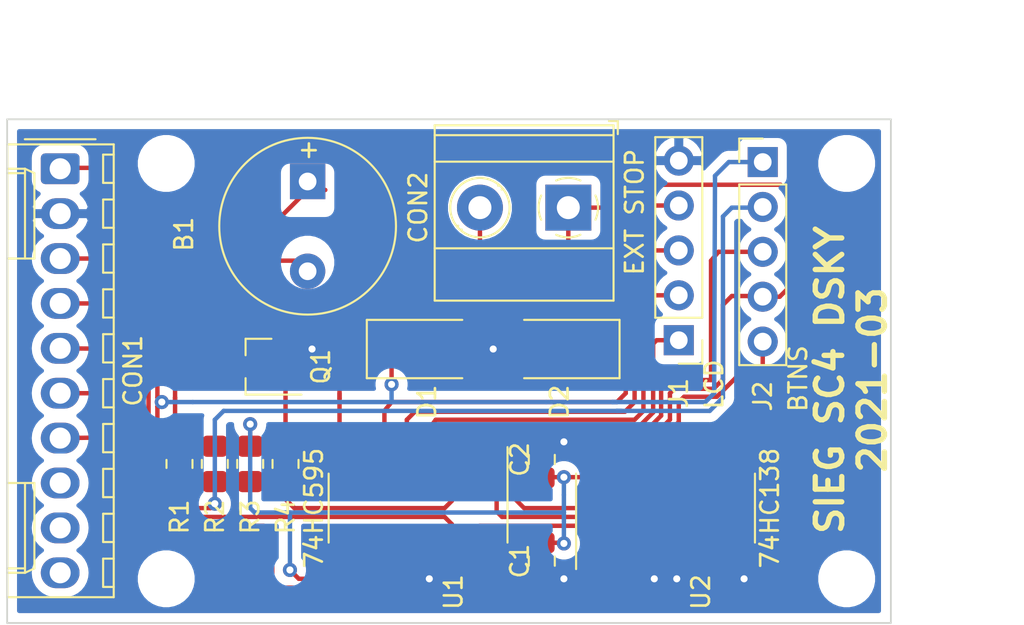
<source format=kicad_pcb>
(kicad_pcb (version 20171130) (host pcbnew 5.1.7-a382d34a8~87~ubuntu20.04.1)

  (general
    (thickness 1.6)
    (drawings 7)
    (tracks 250)
    (zones 0)
    (modules 20)
    (nets 30)
  )

  (page A4)
  (layers
    (0 F.Cu signal)
    (31 B.Cu signal)
    (32 B.Adhes user)
    (33 F.Adhes user)
    (34 B.Paste user)
    (35 F.Paste user)
    (36 B.SilkS user)
    (37 F.SilkS user)
    (38 B.Mask user)
    (39 F.Mask user)
    (40 Dwgs.User user)
    (41 Cmts.User user)
    (42 Eco1.User user)
    (43 Eco2.User user)
    (44 Edge.Cuts user)
    (45 Margin user)
    (46 B.CrtYd user)
    (47 F.CrtYd user)
    (48 B.Fab user hide)
    (49 F.Fab user hide)
  )

  (setup
    (last_trace_width 0.25)
    (trace_clearance 0.2)
    (zone_clearance 0.508)
    (zone_45_only no)
    (trace_min 0.2)
    (via_size 0.8)
    (via_drill 0.4)
    (via_min_size 0.4)
    (via_min_drill 0.3)
    (uvia_size 0.3)
    (uvia_drill 0.1)
    (uvias_allowed no)
    (uvia_min_size 0.2)
    (uvia_min_drill 0.1)
    (edge_width 0.1)
    (segment_width 0.2)
    (pcb_text_width 0.3)
    (pcb_text_size 1.5 1.5)
    (mod_edge_width 0.15)
    (mod_text_size 1 1)
    (mod_text_width 0.15)
    (pad_size 1.524 1.524)
    (pad_drill 0.762)
    (pad_to_mask_clearance 0)
    (aux_axis_origin 0 0)
    (visible_elements FFFFFF7F)
    (pcbplotparams
      (layerselection 0x010fc_ffffffff)
      (usegerberextensions false)
      (usegerberattributes true)
      (usegerberadvancedattributes true)
      (creategerberjobfile true)
      (excludeedgelayer true)
      (linewidth 0.100000)
      (plotframeref false)
      (viasonmask false)
      (mode 1)
      (useauxorigin false)
      (hpglpennumber 1)
      (hpglpenspeed 20)
      (hpglpendiameter 15.000000)
      (psnegative false)
      (psa4output false)
      (plotreference true)
      (plotvalue true)
      (plotinvisibletext false)
      (padsonsilk false)
      (subtractmaskfromsilk false)
      (outputformat 1)
      (mirror false)
      (drillshape 1)
      (scaleselection 1)
      (outputdirectory ""))
  )

  (net 0 "")
  (net 1 VCC)
  (net 2 "Net-(B1-Pad2)")
  (net 3 "Net-(CON1-Pad10)")
  (net 4 "Net-(CON1-Pad9)")
  (net 5 OPTION)
  (net 6 LATCH)
  (net 7 SCK)
  (net 8 SDA)
  (net 9 COL1)
  (net 10 COL2)
  (net 11 GND)
  (net 12 ROW2)
  (net 13 ROW3)
  (net 14 ROW1)
  (net 15 "Net-(Q1-Pad1)")
  (net 16 BUZZER)
  (net 17 "Net-(U1-Pad15)")
  (net 18 "Net-(U1-Pad9)")
  (net 19 "Net-(U1-Pad7)")
  (net 20 "Net-(U1-Pad2)")
  (net 21 "Net-(U1-Pad1)")
  (net 22 "Net-(U2-Pad12)")
  (net 23 "Net-(U2-Pad11)")
  (net 24 "Net-(U2-Pad10)")
  (net 25 "Net-(U2-Pad9)")
  (net 26 "Net-(U2-Pad7)")
  (net 27 D2)
  (net 28 D1)
  (net 29 D0)

  (net_class Default "This is the default net class."
    (clearance 0.2)
    (trace_width 0.25)
    (via_dia 0.8)
    (via_drill 0.4)
    (uvia_dia 0.3)
    (uvia_drill 0.1)
    (add_net BUZZER)
    (add_net COL1)
    (add_net COL2)
    (add_net D0)
    (add_net D1)
    (add_net D2)
    (add_net GND)
    (add_net LATCH)
    (add_net "Net-(B1-Pad2)")
    (add_net "Net-(CON1-Pad10)")
    (add_net "Net-(CON1-Pad9)")
    (add_net "Net-(Q1-Pad1)")
    (add_net "Net-(U1-Pad1)")
    (add_net "Net-(U1-Pad15)")
    (add_net "Net-(U1-Pad2)")
    (add_net "Net-(U1-Pad7)")
    (add_net "Net-(U1-Pad9)")
    (add_net "Net-(U2-Pad10)")
    (add_net "Net-(U2-Pad11)")
    (add_net "Net-(U2-Pad12)")
    (add_net "Net-(U2-Pad7)")
    (add_net "Net-(U2-Pad9)")
    (add_net OPTION)
    (add_net ROW1)
    (add_net ROW2)
    (add_net ROW3)
    (add_net SCK)
    (add_net SDA)
    (add_net VCC)
  )

  (module Buzzer:Buzzer_9.6x5_P5 (layer F.Cu) (tedit 602227CB) (tstamp 6033E3F0)
    (at 127 94.75 270)
    (descr "Generic Buzzer, D9.6mm height 5mm with 5mm pin spacing")
    (tags buzzer)
    (path /5BA7487B)
    (fp_text reference B1 (at 4.25 7 90) (layer F.SilkS)
      (effects (font (size 1 1) (thickness 0.15)))
    )
    (fp_text value AX-1005-LF (at 4 -4.5 90) (layer F.Fab)
      (effects (font (size 1 1) (thickness 0.15)))
    )
    (fp_text user + (at -0.01 -2.54 90) (layer F.Fab)
      (effects (font (size 1 1) (thickness 0.15)))
    )
    (fp_text user + (at -0.5 0 90) (layer F.SilkS)
      (effects (font (size 1 1) (thickness 0.15)))
    )
    (fp_text user %R (at 3.81 -7.62 90) (layer F.Fab)
      (effects (font (size 1 1) (thickness 0.15)))
    )
    (fp_circle (center 3.8 0) (end 8.8 0) (layer F.SilkS) (width 0.12))
    (fp_circle (center 3.8 0) (end 4.8 0) (layer F.Fab) (width 0.1))
    (fp_circle (center 3.8 0) (end 8.6 0) (layer F.Fab) (width 0.1))
    (fp_circle (center 3.8 0) (end 9.8 0) (layer F.CrtYd) (width 0.05))
    (pad 1 thru_hole rect (at 1.27 0 270) (size 2 2) (drill 1) (layers *.Cu *.Mask)
      (net 1 VCC))
    (pad 2 thru_hole circle (at 6.35 0 270) (size 2 2) (drill 1) (layers *.Cu *.Mask)
      (net 2 "Net-(B1-Pad2)"))
    (model ${KISYS3DMOD}/Buzzer_Beeper.3dshapes/Buzzer_12x9.5RM7.6.wrl
      (at (xyz 0 0 0))
      (scale (xyz 1 1 1))
      (rotate (xyz 0 0 0))
    )
  )

  (module MountingHole:MountingHole_2.2mm_M2 (layer F.Cu) (tedit 56D1B4CB) (tstamp 605C3650)
    (at 157.5 95)
    (descr "Mounting Hole 2.2mm, no annular, M2")
    (tags "mounting hole 2.2mm no annular m2")
    (path /604717AA)
    (attr virtual)
    (fp_text reference H2 (at 0 -3.2) (layer F.SilkS) hide
      (effects (font (size 1 1) (thickness 0.15)))
    )
    (fp_text value MountingHole (at 0 3.2) (layer F.Fab)
      (effects (font (size 1 1) (thickness 0.15)))
    )
    (fp_text user %R (at 0.3 0) (layer F.Fab)
      (effects (font (size 1 1) (thickness 0.15)))
    )
    (fp_circle (center 0 0) (end 2.2 0) (layer Cmts.User) (width 0.15))
    (fp_circle (center 0 0) (end 2.45 0) (layer F.CrtYd) (width 0.05))
    (pad 1 np_thru_hole circle (at 0 0) (size 2.2 2.2) (drill 2.2) (layers *.Cu *.Mask))
  )

  (module MountingHole:MountingHole_2.2mm_M2 (layer F.Cu) (tedit 56D1B4CB) (tstamp 605C2784)
    (at 157.5 118.5)
    (descr "Mounting Hole 2.2mm, no annular, M2")
    (tags "mounting hole 2.2mm no annular m2")
    (path /605C4C38)
    (attr virtual)
    (fp_text reference H4 (at 0 -3.2) (layer F.SilkS) hide
      (effects (font (size 1 1) (thickness 0.15)))
    )
    (fp_text value MountingHole (at 0 3.2) (layer F.Fab)
      (effects (font (size 1 1) (thickness 0.15)))
    )
    (fp_text user %R (at 0.3 0) (layer F.Fab)
      (effects (font (size 1 1) (thickness 0.15)))
    )
    (fp_circle (center 0 0) (end 2.2 0) (layer Cmts.User) (width 0.15))
    (fp_circle (center 0 0) (end 2.45 0) (layer F.CrtYd) (width 0.05))
    (pad 1 np_thru_hole circle (at 0 0) (size 2.2 2.2) (drill 2.2) (layers *.Cu *.Mask))
  )

  (module MountingHole:MountingHole_2.2mm_M2 (layer F.Cu) (tedit 56D1B4CB) (tstamp 605C277C)
    (at 119 118.5)
    (descr "Mounting Hole 2.2mm, no annular, M2")
    (tags "mounting hole 2.2mm no annular m2")
    (path /605C4856)
    (attr virtual)
    (fp_text reference H3 (at 0 -3.2) (layer F.SilkS) hide
      (effects (font (size 1 1) (thickness 0.15)))
    )
    (fp_text value MountingHole (at 0 3.2) (layer F.Fab)
      (effects (font (size 1 1) (thickness 0.15)))
    )
    (fp_text user %R (at 0.3 0) (layer F.Fab)
      (effects (font (size 1 1) (thickness 0.15)))
    )
    (fp_circle (center 0 0) (end 2.2 0) (layer Cmts.User) (width 0.15))
    (fp_circle (center 0 0) (end 2.45 0) (layer F.CrtYd) (width 0.05))
    (pad 1 np_thru_hole circle (at 0 0) (size 2.2 2.2) (drill 2.2) (layers *.Cu *.Mask))
  )

  (module MountingHole:MountingHole_2.2mm_M2 (layer F.Cu) (tedit 56D1B4CB) (tstamp 605C3821)
    (at 119 95)
    (descr "Mounting Hole 2.2mm, no annular, M2")
    (tags "mounting hole 2.2mm no annular m2")
    (path /60471318)
    (attr virtual)
    (fp_text reference H1 (at 0 -3.2) (layer F.SilkS) hide
      (effects (font (size 1 1) (thickness 0.15)))
    )
    (fp_text value MountingHole (at 0 3.2) (layer F.Fab)
      (effects (font (size 1 1) (thickness 0.15)))
    )
    (fp_text user %R (at 0.3 0) (layer F.Fab)
      (effects (font (size 1 1) (thickness 0.15)))
    )
    (fp_circle (center 0 0) (end 2.2 0) (layer Cmts.User) (width 0.15))
    (fp_circle (center 0 0) (end 2.45 0) (layer F.CrtYd) (width 0.05))
    (pad 1 np_thru_hole circle (at 0 0) (size 2.2 2.2) (drill 2.2) (layers *.Cu *.Mask))
  )

  (module Package_SO:SOIC-16_3.9x9.9mm_P1.27mm (layer F.Cu) (tedit 5D9F72B1) (tstamp 605C0D61)
    (at 147.25 114.5 90)
    (descr "SOIC, 16 Pin (JEDEC MS-012AC, https://www.analog.com/media/en/package-pcb-resources/package/pkg_pdf/soic_narrow-r/r_16.pdf), generated with kicad-footprint-generator ipc_gullwing_generator.py")
    (tags "SOIC SO")
    (path /5BA73F73)
    (attr smd)
    (fp_text reference U2 (at -4.75 2 270) (layer F.SilkS)
      (effects (font (size 1 1) (thickness 0.15)))
    )
    (fp_text value 74HC138 (at 0 5.9 90) (layer F.SilkS)
      (effects (font (size 1 1) (thickness 0.15)))
    )
    (fp_text user %R (at 0 0 90) (layer F.Fab)
      (effects (font (size 0.98 0.98) (thickness 0.15)))
    )
    (fp_line (start 0 5.06) (end 1.95 5.06) (layer F.SilkS) (width 0.12))
    (fp_line (start 0 5.06) (end -1.95 5.06) (layer F.SilkS) (width 0.12))
    (fp_line (start 0 -5.06) (end 1.95 -5.06) (layer F.SilkS) (width 0.12))
    (fp_line (start 0 -5.06) (end -3.45 -5.06) (layer F.SilkS) (width 0.12))
    (fp_line (start -0.975 -4.95) (end 1.95 -4.95) (layer F.Fab) (width 0.1))
    (fp_line (start 1.95 -4.95) (end 1.95 4.95) (layer F.Fab) (width 0.1))
    (fp_line (start 1.95 4.95) (end -1.95 4.95) (layer F.Fab) (width 0.1))
    (fp_line (start -1.95 4.95) (end -1.95 -3.975) (layer F.Fab) (width 0.1))
    (fp_line (start -1.95 -3.975) (end -0.975 -4.95) (layer F.Fab) (width 0.1))
    (fp_line (start -3.7 -5.2) (end -3.7 5.2) (layer F.CrtYd) (width 0.05))
    (fp_line (start -3.7 5.2) (end 3.7 5.2) (layer F.CrtYd) (width 0.05))
    (fp_line (start 3.7 5.2) (end 3.7 -5.2) (layer F.CrtYd) (width 0.05))
    (fp_line (start 3.7 -5.2) (end -3.7 -5.2) (layer F.CrtYd) (width 0.05))
    (pad 16 smd roundrect (at 2.475 -4.445 90) (size 1.95 0.6) (layers F.Cu F.Paste F.Mask) (roundrect_rratio 0.25)
      (net 1 VCC))
    (pad 15 smd roundrect (at 2.475 -3.175 90) (size 1.95 0.6) (layers F.Cu F.Paste F.Mask) (roundrect_rratio 0.25)
      (net 14 ROW1))
    (pad 14 smd roundrect (at 2.475 -1.905 90) (size 1.95 0.6) (layers F.Cu F.Paste F.Mask) (roundrect_rratio 0.25)
      (net 12 ROW2))
    (pad 13 smd roundrect (at 2.475 -0.635 90) (size 1.95 0.6) (layers F.Cu F.Paste F.Mask) (roundrect_rratio 0.25)
      (net 13 ROW3))
    (pad 12 smd roundrect (at 2.475 0.635 90) (size 1.95 0.6) (layers F.Cu F.Paste F.Mask) (roundrect_rratio 0.25)
      (net 22 "Net-(U2-Pad12)"))
    (pad 11 smd roundrect (at 2.475 1.905 90) (size 1.95 0.6) (layers F.Cu F.Paste F.Mask) (roundrect_rratio 0.25)
      (net 23 "Net-(U2-Pad11)"))
    (pad 10 smd roundrect (at 2.475 3.175 90) (size 1.95 0.6) (layers F.Cu F.Paste F.Mask) (roundrect_rratio 0.25)
      (net 24 "Net-(U2-Pad10)"))
    (pad 9 smd roundrect (at 2.475 4.445 90) (size 1.95 0.6) (layers F.Cu F.Paste F.Mask) (roundrect_rratio 0.25)
      (net 25 "Net-(U2-Pad9)"))
    (pad 8 smd roundrect (at -2.475 4.445 90) (size 1.95 0.6) (layers F.Cu F.Paste F.Mask) (roundrect_rratio 0.25)
      (net 11 GND))
    (pad 7 smd roundrect (at -2.475 3.175 90) (size 1.95 0.6) (layers F.Cu F.Paste F.Mask) (roundrect_rratio 0.25)
      (net 26 "Net-(U2-Pad7)"))
    (pad 6 smd roundrect (at -2.475 1.905 90) (size 1.95 0.6) (layers F.Cu F.Paste F.Mask) (roundrect_rratio 0.25)
      (net 1 VCC))
    (pad 5 smd roundrect (at -2.475 0.635 90) (size 1.95 0.6) (layers F.Cu F.Paste F.Mask) (roundrect_rratio 0.25)
      (net 11 GND))
    (pad 4 smd roundrect (at -2.475 -0.635 90) (size 1.95 0.6) (layers F.Cu F.Paste F.Mask) (roundrect_rratio 0.25)
      (net 11 GND))
    (pad 3 smd roundrect (at -2.475 -1.905 90) (size 1.95 0.6) (layers F.Cu F.Paste F.Mask) (roundrect_rratio 0.25)
      (net 20 "Net-(U1-Pad2)"))
    (pad 2 smd roundrect (at -2.475 -3.175 90) (size 1.95 0.6) (layers F.Cu F.Paste F.Mask) (roundrect_rratio 0.25)
      (net 21 "Net-(U1-Pad1)"))
    (pad 1 smd roundrect (at -2.475 -4.445 90) (size 1.95 0.6) (layers F.Cu F.Paste F.Mask) (roundrect_rratio 0.25)
      (net 17 "Net-(U1-Pad15)"))
    (model ${KISYS3DMOD}/Package_SO.3dshapes/SOIC-16_3.9x9.9mm_P1.27mm.wrl
      (at (xyz 0 0 0))
      (scale (xyz 1 1 1))
      (rotate (xyz 0 0 0))
    )
  )

  (module Capacitor_SMD:C_0805_2012Metric_Pad1.18x1.45mm_HandSolder (layer F.Cu) (tedit 5F68FEEF) (tstamp 605C0D0E)
    (at 140.25 117.5 270)
    (descr "Capacitor SMD 0805 (2012 Metric), square (rectangular) end terminal, IPC_7351 nominal with elongated pad for handsoldering. (Body size source: IPC-SM-782 page 76, https://www.pcb-3d.com/wordpress/wp-content/uploads/ipc-sm-782a_amendment_1_and_2.pdf, https://docs.google.com/spreadsheets/d/1BsfQQcO9C6DZCsRaXUlFlo91Tg2WpOkGARC1WS5S8t0/edit?usp=sharing), generated with kicad-footprint-generator")
    (tags "capacitor handsolder")
    (path /603AE45E)
    (attr smd)
    (fp_text reference C1 (at 0 1.25 90) (layer F.SilkS)
      (effects (font (size 1 1) (thickness 0.15)))
    )
    (fp_text value 100n (at 0 1.68 90) (layer F.Fab)
      (effects (font (size 1 1) (thickness 0.15)))
    )
    (fp_text user %R (at 0 0 90) (layer F.Fab)
      (effects (font (size 0.5 0.5) (thickness 0.08)))
    )
    (fp_line (start -1 0.625) (end -1 -0.625) (layer F.Fab) (width 0.1))
    (fp_line (start -1 -0.625) (end 1 -0.625) (layer F.Fab) (width 0.1))
    (fp_line (start 1 -0.625) (end 1 0.625) (layer F.Fab) (width 0.1))
    (fp_line (start 1 0.625) (end -1 0.625) (layer F.Fab) (width 0.1))
    (fp_line (start -0.261252 -0.735) (end 0.261252 -0.735) (layer F.SilkS) (width 0.12))
    (fp_line (start -0.261252 0.735) (end 0.261252 0.735) (layer F.SilkS) (width 0.12))
    (fp_line (start -1.88 0.98) (end -1.88 -0.98) (layer F.CrtYd) (width 0.05))
    (fp_line (start -1.88 -0.98) (end 1.88 -0.98) (layer F.CrtYd) (width 0.05))
    (fp_line (start 1.88 -0.98) (end 1.88 0.98) (layer F.CrtYd) (width 0.05))
    (fp_line (start 1.88 0.98) (end -1.88 0.98) (layer F.CrtYd) (width 0.05))
    (pad 2 smd roundrect (at 1.0375 0 270) (size 1.175 1.45) (layers F.Cu F.Paste F.Mask) (roundrect_rratio 0.212766)
      (net 11 GND))
    (pad 1 smd roundrect (at -1.0375 0 270) (size 1.175 1.45) (layers F.Cu F.Paste F.Mask) (roundrect_rratio 0.212766)
      (net 1 VCC))
    (model ${KISYS3DMOD}/Capacitor_SMD.3dshapes/C_0805_2012Metric.wrl
      (at (xyz 0 0 0))
      (scale (xyz 1 1 1))
      (rotate (xyz 0 0 0))
    )
  )

  (module Capacitor_SMD:C_0805_2012Metric_Pad1.18x1.45mm_HandSolder (layer F.Cu) (tedit 5F68FEEF) (tstamp 605C0C93)
    (at 140.25 111.75 90)
    (descr "Capacitor SMD 0805 (2012 Metric), square (rectangular) end terminal, IPC_7351 nominal with elongated pad for handsoldering. (Body size source: IPC-SM-782 page 76, https://www.pcb-3d.com/wordpress/wp-content/uploads/ipc-sm-782a_amendment_1_and_2.pdf, https://docs.google.com/spreadsheets/d/1BsfQQcO9C6DZCsRaXUlFlo91Tg2WpOkGARC1WS5S8t0/edit?usp=sharing), generated with kicad-footprint-generator")
    (tags "capacitor handsolder")
    (path /603A3B0C)
    (attr smd)
    (fp_text reference C2 (at 0 -1.25 90) (layer F.SilkS)
      (effects (font (size 1 1) (thickness 0.15)))
    )
    (fp_text value 100n (at 0 1.68 90) (layer F.Fab)
      (effects (font (size 1 1) (thickness 0.15)))
    )
    (fp_text user %R (at 0 0 90) (layer F.Fab)
      (effects (font (size 0.5 0.5) (thickness 0.08)))
    )
    (fp_line (start -1 0.625) (end -1 -0.625) (layer F.Fab) (width 0.1))
    (fp_line (start -1 -0.625) (end 1 -0.625) (layer F.Fab) (width 0.1))
    (fp_line (start 1 -0.625) (end 1 0.625) (layer F.Fab) (width 0.1))
    (fp_line (start 1 0.625) (end -1 0.625) (layer F.Fab) (width 0.1))
    (fp_line (start -0.261252 -0.735) (end 0.261252 -0.735) (layer F.SilkS) (width 0.12))
    (fp_line (start -0.261252 0.735) (end 0.261252 0.735) (layer F.SilkS) (width 0.12))
    (fp_line (start -1.88 0.98) (end -1.88 -0.98) (layer F.CrtYd) (width 0.05))
    (fp_line (start -1.88 -0.98) (end 1.88 -0.98) (layer F.CrtYd) (width 0.05))
    (fp_line (start 1.88 -0.98) (end 1.88 0.98) (layer F.CrtYd) (width 0.05))
    (fp_line (start 1.88 0.98) (end -1.88 0.98) (layer F.CrtYd) (width 0.05))
    (pad 2 smd roundrect (at 1.0375 0 90) (size 1.175 1.45) (layers F.Cu F.Paste F.Mask) (roundrect_rratio 0.212766)
      (net 11 GND))
    (pad 1 smd roundrect (at -1.0375 0 90) (size 1.175 1.45) (layers F.Cu F.Paste F.Mask) (roundrect_rratio 0.212766)
      (net 1 VCC))
    (model ${KISYS3DMOD}/Capacitor_SMD.3dshapes/C_0805_2012Metric.wrl
      (at (xyz 0 0 0))
      (scale (xyz 1 1 1))
      (rotate (xyz 0 0 0))
    )
  )

  (module TerminalBlock_Phoenix:TerminalBlock_Phoenix_MKDS-1,5-2_1x02_P5.00mm_Horizontal (layer F.Cu) (tedit 5B294EE5) (tstamp 60351FD0)
    (at 141.75 97.5 180)
    (descr "Terminal Block Phoenix MKDS-1,5-2, 2 pins, pitch 5mm, size 10x9.8mm^2, drill diamater 1.3mm, pad diameter 2.6mm, see http://www.farnell.com/datasheets/100425.pdf, script-generated using https://github.com/pointhi/kicad-footprint-generator/scripts/TerminalBlock_Phoenix")
    (tags "THT Terminal Block Phoenix MKDS-1,5-2 pitch 5mm size 10x9.8mm^2 drill 1.3mm pad 2.6mm")
    (path /5BA78672)
    (fp_text reference CON2 (at 8.5 0 90) (layer F.SilkS)
      (effects (font (size 1 1) (thickness 0.15)))
    )
    (fp_text value "EXT STOP" (at -3.75 -0.25 90) (layer F.SilkS)
      (effects (font (size 1 1) (thickness 0.15)))
    )
    (fp_text user %R (at 2.5 3.2) (layer F.Fab)
      (effects (font (size 1 1) (thickness 0.15)))
    )
    (fp_arc (start 0 0) (end -0.684 1.535) (angle -25) (layer F.SilkS) (width 0.12))
    (fp_arc (start 0 0) (end -1.535 -0.684) (angle -48) (layer F.SilkS) (width 0.12))
    (fp_arc (start 0 0) (end 0.684 -1.535) (angle -48) (layer F.SilkS) (width 0.12))
    (fp_arc (start 0 0) (end 1.535 0.684) (angle -48) (layer F.SilkS) (width 0.12))
    (fp_arc (start 0 0) (end 0 1.68) (angle -24) (layer F.SilkS) (width 0.12))
    (fp_circle (center 0 0) (end 1.5 0) (layer F.Fab) (width 0.1))
    (fp_circle (center 5 0) (end 6.5 0) (layer F.Fab) (width 0.1))
    (fp_circle (center 5 0) (end 6.68 0) (layer F.SilkS) (width 0.12))
    (fp_line (start -2.5 -5.2) (end 7.5 -5.2) (layer F.Fab) (width 0.1))
    (fp_line (start 7.5 -5.2) (end 7.5 4.6) (layer F.Fab) (width 0.1))
    (fp_line (start 7.5 4.6) (end -2 4.6) (layer F.Fab) (width 0.1))
    (fp_line (start -2 4.6) (end -2.5 4.1) (layer F.Fab) (width 0.1))
    (fp_line (start -2.5 4.1) (end -2.5 -5.2) (layer F.Fab) (width 0.1))
    (fp_line (start -2.5 4.1) (end 7.5 4.1) (layer F.Fab) (width 0.1))
    (fp_line (start -2.56 4.1) (end 7.56 4.1) (layer F.SilkS) (width 0.12))
    (fp_line (start -2.5 2.6) (end 7.5 2.6) (layer F.Fab) (width 0.1))
    (fp_line (start -2.56 2.6) (end 7.56 2.6) (layer F.SilkS) (width 0.12))
    (fp_line (start -2.5 -2.3) (end 7.5 -2.3) (layer F.Fab) (width 0.1))
    (fp_line (start -2.56 -2.301) (end 7.56 -2.301) (layer F.SilkS) (width 0.12))
    (fp_line (start -2.56 -5.261) (end 7.56 -5.261) (layer F.SilkS) (width 0.12))
    (fp_line (start -2.56 4.66) (end 7.56 4.66) (layer F.SilkS) (width 0.12))
    (fp_line (start -2.56 -5.261) (end -2.56 4.66) (layer F.SilkS) (width 0.12))
    (fp_line (start 7.56 -5.261) (end 7.56 4.66) (layer F.SilkS) (width 0.12))
    (fp_line (start 1.138 -0.955) (end -0.955 1.138) (layer F.Fab) (width 0.1))
    (fp_line (start 0.955 -1.138) (end -1.138 0.955) (layer F.Fab) (width 0.1))
    (fp_line (start 6.138 -0.955) (end 4.046 1.138) (layer F.Fab) (width 0.1))
    (fp_line (start 5.955 -1.138) (end 3.863 0.955) (layer F.Fab) (width 0.1))
    (fp_line (start 6.275 -1.069) (end 6.228 -1.023) (layer F.SilkS) (width 0.12))
    (fp_line (start 3.966 1.239) (end 3.931 1.274) (layer F.SilkS) (width 0.12))
    (fp_line (start 6.07 -1.275) (end 6.035 -1.239) (layer F.SilkS) (width 0.12))
    (fp_line (start 3.773 1.023) (end 3.726 1.069) (layer F.SilkS) (width 0.12))
    (fp_line (start -2.8 4.16) (end -2.8 4.9) (layer F.SilkS) (width 0.12))
    (fp_line (start -2.8 4.9) (end -2.3 4.9) (layer F.SilkS) (width 0.12))
    (fp_line (start -3 -5.71) (end -3 5.1) (layer F.CrtYd) (width 0.05))
    (fp_line (start -3 5.1) (end 8 5.1) (layer F.CrtYd) (width 0.05))
    (fp_line (start 8 5.1) (end 8 -5.71) (layer F.CrtYd) (width 0.05))
    (fp_line (start 8 -5.71) (end -3 -5.71) (layer F.CrtYd) (width 0.05))
    (pad 2 thru_hole circle (at 5 0 180) (size 2.6 2.6) (drill 1.3) (layers *.Cu *.Mask)
      (net 10 COL2))
    (pad 1 thru_hole rect (at 0 0 180) (size 2.6 2.6) (drill 1.3) (layers *.Cu *.Mask)
      (net 12 ROW2))
    (model ${KISYS3DMOD}/TerminalBlock_Phoenix.3dshapes/TerminalBlock_Phoenix_MKDS-1,5-2_1x02_P5.00mm_Horizontal.wrl
      (at (xyz 0 0 0))
      (scale (xyz 1 1 1))
      (rotate (xyz 0 0 0))
    )
  )

  (module Connector_PinHeader_2.54mm:PinHeader_1x05_P2.54mm_Vertical (layer F.Cu) (tedit 59FED5CC) (tstamp 60367A4B)
    (at 152.75 94.92)
    (descr "Through hole straight pin header, 1x05, 2.54mm pitch, single row")
    (tags "Through hole pin header THT 1x05 2.54mm single row")
    (path /6027EEC8)
    (fp_text reference J2 (at 0 13.25 90) (layer F.SilkS)
      (effects (font (size 1 1) (thickness 0.15)))
    )
    (fp_text value BTNS (at 2 12.25 90) (layer F.SilkS)
      (effects (font (size 1 1) (thickness 0.15)))
    )
    (fp_text user %R (at 0 5.08 90) (layer F.Fab)
      (effects (font (size 1 1) (thickness 0.15)))
    )
    (fp_line (start -0.635 -1.27) (end 1.27 -1.27) (layer F.Fab) (width 0.1))
    (fp_line (start 1.27 -1.27) (end 1.27 11.43) (layer F.Fab) (width 0.1))
    (fp_line (start 1.27 11.43) (end -1.27 11.43) (layer F.Fab) (width 0.1))
    (fp_line (start -1.27 11.43) (end -1.27 -0.635) (layer F.Fab) (width 0.1))
    (fp_line (start -1.27 -0.635) (end -0.635 -1.27) (layer F.Fab) (width 0.1))
    (fp_line (start -1.33 11.49) (end 1.33 11.49) (layer F.SilkS) (width 0.12))
    (fp_line (start -1.33 1.27) (end -1.33 11.49) (layer F.SilkS) (width 0.12))
    (fp_line (start 1.33 1.27) (end 1.33 11.49) (layer F.SilkS) (width 0.12))
    (fp_line (start -1.33 1.27) (end 1.33 1.27) (layer F.SilkS) (width 0.12))
    (fp_line (start -1.33 0) (end -1.33 -1.33) (layer F.SilkS) (width 0.12))
    (fp_line (start -1.33 -1.33) (end 0 -1.33) (layer F.SilkS) (width 0.12))
    (fp_line (start -1.8 -1.8) (end -1.8 11.95) (layer F.CrtYd) (width 0.05))
    (fp_line (start -1.8 11.95) (end 1.8 11.95) (layer F.CrtYd) (width 0.05))
    (fp_line (start 1.8 11.95) (end 1.8 -1.8) (layer F.CrtYd) (width 0.05))
    (fp_line (start 1.8 -1.8) (end -1.8 -1.8) (layer F.CrtYd) (width 0.05))
    (pad 5 thru_hole oval (at 0 10.16) (size 1.7 1.7) (drill 1) (layers *.Cu *.Mask)
      (net 13 ROW3))
    (pad 4 thru_hole oval (at 0 7.62) (size 1.7 1.7) (drill 1) (layers *.Cu *.Mask)
      (net 12 ROW2))
    (pad 3 thru_hole oval (at 0 5.08) (size 1.7 1.7) (drill 1) (layers *.Cu *.Mask)
      (net 14 ROW1))
    (pad 2 thru_hole oval (at 0 2.54) (size 1.7 1.7) (drill 1) (layers *.Cu *.Mask)
      (net 9 COL1))
    (pad 1 thru_hole rect (at 0 0) (size 1.7 1.7) (drill 1) (layers *.Cu *.Mask)
      (net 10 COL2))
    (model ${KISYS3DMOD}/Connector_PinHeader_2.54mm.3dshapes/PinHeader_1x05_P2.54mm_Vertical.wrl
      (at (xyz 0 0 0))
      (scale (xyz 1 1 1))
      (rotate (xyz 0 0 0))
    )
  )

  (module Connector_PinHeader_2.54mm:PinHeader_1x05_P2.54mm_Vertical (layer F.Cu) (tedit 59FED5CC) (tstamp 605B220E)
    (at 148 105 180)
    (descr "Through hole straight pin header, 1x05, 2.54mm pitch, single row")
    (tags "Through hole pin header THT 1x05 2.54mm single row")
    (path /6034C88C)
    (fp_text reference J1 (at 0 -3 90) (layer F.SilkS)
      (effects (font (size 1 1) (thickness 0.15)))
    )
    (fp_text value LCD (at -2 -2.5 90) (layer F.SilkS)
      (effects (font (size 1 1) (thickness 0.15)))
    )
    (fp_text user %R (at 0 5.08 90) (layer F.Fab)
      (effects (font (size 1 1) (thickness 0.15)))
    )
    (fp_line (start -0.635 -1.27) (end 1.27 -1.27) (layer F.Fab) (width 0.1))
    (fp_line (start 1.27 -1.27) (end 1.27 11.43) (layer F.Fab) (width 0.1))
    (fp_line (start 1.27 11.43) (end -1.27 11.43) (layer F.Fab) (width 0.1))
    (fp_line (start -1.27 11.43) (end -1.27 -0.635) (layer F.Fab) (width 0.1))
    (fp_line (start -1.27 -0.635) (end -0.635 -1.27) (layer F.Fab) (width 0.1))
    (fp_line (start -1.33 11.49) (end 1.33 11.49) (layer F.SilkS) (width 0.12))
    (fp_line (start -1.33 1.27) (end -1.33 11.49) (layer F.SilkS) (width 0.12))
    (fp_line (start 1.33 1.27) (end 1.33 11.49) (layer F.SilkS) (width 0.12))
    (fp_line (start -1.33 1.27) (end 1.33 1.27) (layer F.SilkS) (width 0.12))
    (fp_line (start -1.33 0) (end -1.33 -1.33) (layer F.SilkS) (width 0.12))
    (fp_line (start -1.33 -1.33) (end 0 -1.33) (layer F.SilkS) (width 0.12))
    (fp_line (start -1.8 -1.8) (end -1.8 11.95) (layer F.CrtYd) (width 0.05))
    (fp_line (start -1.8 11.95) (end 1.8 11.95) (layer F.CrtYd) (width 0.05))
    (fp_line (start 1.8 11.95) (end 1.8 -1.8) (layer F.CrtYd) (width 0.05))
    (fp_line (start 1.8 -1.8) (end -1.8 -1.8) (layer F.CrtYd) (width 0.05))
    (pad 5 thru_hole oval (at 0 10.16 180) (size 1.7 1.7) (drill 1) (layers *.Cu *.Mask)
      (net 11 GND))
    (pad 4 thru_hole oval (at 0 7.62 180) (size 1.7 1.7) (drill 1) (layers *.Cu *.Mask)
      (net 27 D2))
    (pad 3 thru_hole oval (at 0 5.08 180) (size 1.7 1.7) (drill 1) (layers *.Cu *.Mask)
      (net 28 D1))
    (pad 2 thru_hole oval (at 0 2.54 180) (size 1.7 1.7) (drill 1) (layers *.Cu *.Mask)
      (net 29 D0))
    (pad 1 thru_hole rect (at 0 0 180) (size 1.7 1.7) (drill 1) (layers *.Cu *.Mask)
      (net 1 VCC))
    (model ${KISYS3DMOD}/Connector_PinHeader_2.54mm.3dshapes/PinHeader_1x05_P2.54mm_Vertical.wrl
      (at (xyz 0 0 0))
      (scale (xyz 1 1 1))
      (rotate (xyz 0 0 0))
    )
  )

  (module Package_SO:SOIC-16_3.9x9.9mm_P1.27mm (layer F.Cu) (tedit 5D9F72B1) (tstamp 605C0E45)
    (at 133.25 114.5 270)
    (descr "SOIC, 16 Pin (JEDEC MS-012AC, https://www.analog.com/media/en/package-pcb-resources/package/pkg_pdf/soic_narrow-r/r_16.pdf), generated with kicad-footprint-generator ipc_gullwing_generator.py")
    (tags "SOIC SO")
    (path /5BA74069)
    (attr smd)
    (fp_text reference U1 (at 4.75 -2 90) (layer F.SilkS)
      (effects (font (size 1 1) (thickness 0.15)))
    )
    (fp_text value 74HC595 (at 0 5.9 90) (layer F.SilkS)
      (effects (font (size 1 1) (thickness 0.15)))
    )
    (fp_text user %R (at 0 0 90) (layer F.Fab)
      (effects (font (size 0.98 0.98) (thickness 0.15)))
    )
    (fp_line (start 0 5.06) (end 1.95 5.06) (layer F.SilkS) (width 0.12))
    (fp_line (start 0 5.06) (end -1.95 5.06) (layer F.SilkS) (width 0.12))
    (fp_line (start 0 -5.06) (end 1.95 -5.06) (layer F.SilkS) (width 0.12))
    (fp_line (start 0 -5.06) (end -3.45 -5.06) (layer F.SilkS) (width 0.12))
    (fp_line (start -0.975 -4.95) (end 1.95 -4.95) (layer F.Fab) (width 0.1))
    (fp_line (start 1.95 -4.95) (end 1.95 4.95) (layer F.Fab) (width 0.1))
    (fp_line (start 1.95 4.95) (end -1.95 4.95) (layer F.Fab) (width 0.1))
    (fp_line (start -1.95 4.95) (end -1.95 -3.975) (layer F.Fab) (width 0.1))
    (fp_line (start -1.95 -3.975) (end -0.975 -4.95) (layer F.Fab) (width 0.1))
    (fp_line (start -3.7 -5.2) (end -3.7 5.2) (layer F.CrtYd) (width 0.05))
    (fp_line (start -3.7 5.2) (end 3.7 5.2) (layer F.CrtYd) (width 0.05))
    (fp_line (start 3.7 5.2) (end 3.7 -5.2) (layer F.CrtYd) (width 0.05))
    (fp_line (start 3.7 -5.2) (end -3.7 -5.2) (layer F.CrtYd) (width 0.05))
    (pad 16 smd roundrect (at 2.475 -4.445 270) (size 1.95 0.6) (layers F.Cu F.Paste F.Mask) (roundrect_rratio 0.25)
      (net 1 VCC))
    (pad 15 smd roundrect (at 2.475 -3.175 270) (size 1.95 0.6) (layers F.Cu F.Paste F.Mask) (roundrect_rratio 0.25)
      (net 17 "Net-(U1-Pad15)"))
    (pad 14 smd roundrect (at 2.475 -1.905 270) (size 1.95 0.6) (layers F.Cu F.Paste F.Mask) (roundrect_rratio 0.25)
      (net 8 SDA))
    (pad 13 smd roundrect (at 2.475 -0.635 270) (size 1.95 0.6) (layers F.Cu F.Paste F.Mask) (roundrect_rratio 0.25)
      (net 11 GND))
    (pad 12 smd roundrect (at 2.475 0.635 270) (size 1.95 0.6) (layers F.Cu F.Paste F.Mask) (roundrect_rratio 0.25)
      (net 6 LATCH))
    (pad 11 smd roundrect (at 2.475 1.905 270) (size 1.95 0.6) (layers F.Cu F.Paste F.Mask) (roundrect_rratio 0.25)
      (net 7 SCK))
    (pad 10 smd roundrect (at 2.475 3.175 270) (size 1.95 0.6) (layers F.Cu F.Paste F.Mask) (roundrect_rratio 0.25)
      (net 1 VCC))
    (pad 9 smd roundrect (at 2.475 4.445 270) (size 1.95 0.6) (layers F.Cu F.Paste F.Mask) (roundrect_rratio 0.25)
      (net 18 "Net-(U1-Pad9)"))
    (pad 8 smd roundrect (at -2.475 4.445 270) (size 1.95 0.6) (layers F.Cu F.Paste F.Mask) (roundrect_rratio 0.25)
      (net 11 GND))
    (pad 7 smd roundrect (at -2.475 3.175 270) (size 1.95 0.6) (layers F.Cu F.Paste F.Mask) (roundrect_rratio 0.25)
      (net 19 "Net-(U1-Pad7)"))
    (pad 6 smd roundrect (at -2.475 1.905 270) (size 1.95 0.6) (layers F.Cu F.Paste F.Mask) (roundrect_rratio 0.25)
      (net 27 D2))
    (pad 5 smd roundrect (at -2.475 0.635 270) (size 1.95 0.6) (layers F.Cu F.Paste F.Mask) (roundrect_rratio 0.25)
      (net 28 D1))
    (pad 4 smd roundrect (at -2.475 -0.635 270) (size 1.95 0.6) (layers F.Cu F.Paste F.Mask) (roundrect_rratio 0.25)
      (net 29 D0))
    (pad 3 smd roundrect (at -2.475 -1.905 270) (size 1.95 0.6) (layers F.Cu F.Paste F.Mask) (roundrect_rratio 0.25)
      (net 16 BUZZER))
    (pad 2 smd roundrect (at -2.475 -3.175 270) (size 1.95 0.6) (layers F.Cu F.Paste F.Mask) (roundrect_rratio 0.25)
      (net 20 "Net-(U1-Pad2)"))
    (pad 1 smd roundrect (at -2.475 -4.445 270) (size 1.95 0.6) (layers F.Cu F.Paste F.Mask) (roundrect_rratio 0.25)
      (net 21 "Net-(U1-Pad1)"))
    (model ${KISYS3DMOD}/Package_SO.3dshapes/SOIC-16_3.9x9.9mm_P1.27mm.wrl
      (at (xyz 0 0 0))
      (scale (xyz 1 1 1))
      (rotate (xyz 0 0 0))
    )
  )

  (module Resistor_SMD:R_0805_2012Metric_Pad1.20x1.40mm_HandSolder (layer F.Cu) (tedit 5F68FEEE) (tstamp 605BF602)
    (at 123.75 112 90)
    (descr "Resistor SMD 0805 (2012 Metric), square (rectangular) end terminal, IPC_7351 nominal with elongated pad for handsoldering. (Body size source: IPC-SM-782 page 72, https://www.pcb-3d.com/wordpress/wp-content/uploads/ipc-sm-782a_amendment_1_and_2.pdf), generated with kicad-footprint-generator")
    (tags "resistor handsolder")
    (path /5BAC1BDB)
    (attr smd)
    (fp_text reference R3 (at -3 0 90) (layer F.SilkS)
      (effects (font (size 1 1) (thickness 0.15)))
    )
    (fp_text value 4k7 (at 0 -1.5 90) (layer F.Fab)
      (effects (font (size 1 1) (thickness 0.15)))
    )
    (fp_text user %R (at 0 0 90) (layer F.Fab)
      (effects (font (size 0.5 0.5) (thickness 0.08)))
    )
    (fp_line (start -1 0.625) (end -1 -0.625) (layer F.Fab) (width 0.1))
    (fp_line (start -1 -0.625) (end 1 -0.625) (layer F.Fab) (width 0.1))
    (fp_line (start 1 -0.625) (end 1 0.625) (layer F.Fab) (width 0.1))
    (fp_line (start 1 0.625) (end -1 0.625) (layer F.Fab) (width 0.1))
    (fp_line (start -0.227064 -0.735) (end 0.227064 -0.735) (layer F.SilkS) (width 0.12))
    (fp_line (start -0.227064 0.735) (end 0.227064 0.735) (layer F.SilkS) (width 0.12))
    (fp_line (start -1.85 0.95) (end -1.85 -0.95) (layer F.CrtYd) (width 0.05))
    (fp_line (start -1.85 -0.95) (end 1.85 -0.95) (layer F.CrtYd) (width 0.05))
    (fp_line (start 1.85 -0.95) (end 1.85 0.95) (layer F.CrtYd) (width 0.05))
    (fp_line (start 1.85 0.95) (end -1.85 0.95) (layer F.CrtYd) (width 0.05))
    (pad 2 smd roundrect (at 1 0 90) (size 1.2 1.4) (layers F.Cu F.Paste F.Mask) (roundrect_rratio 0.208333)
      (net 1 VCC))
    (pad 1 smd roundrect (at -1 0 90) (size 1.2 1.4) (layers F.Cu F.Paste F.Mask) (roundrect_rratio 0.208333)
      (net 16 BUZZER))
    (model ${KISYS3DMOD}/Resistor_SMD.3dshapes/R_0805_2012Metric.wrl
      (at (xyz 0 0 0))
      (scale (xyz 1 1 1))
      (rotate (xyz 0 0 0))
    )
  )

  (module Resistor_SMD:R_0805_2012Metric_Pad1.20x1.40mm_HandSolder (layer F.Cu) (tedit 5F68FEEE) (tstamp 605BF662)
    (at 125.75 112 270)
    (descr "Resistor SMD 0805 (2012 Metric), square (rectangular) end terminal, IPC_7351 nominal with elongated pad for handsoldering. (Body size source: IPC-SM-782 page 72, https://www.pcb-3d.com/wordpress/wp-content/uploads/ipc-sm-782a_amendment_1_and_2.pdf), generated with kicad-footprint-generator")
    (tags "resistor handsolder")
    (path /5BA77D9B)
    (attr smd)
    (fp_text reference R4 (at 3 0 90) (layer F.SilkS)
      (effects (font (size 1 1) (thickness 0.15)))
    )
    (fp_text value 1k (at 0 1.5 90) (layer F.Fab)
      (effects (font (size 1 1) (thickness 0.15)))
    )
    (fp_text user %R (at 0 0 90) (layer F.Fab)
      (effects (font (size 0.5 0.5) (thickness 0.08)))
    )
    (fp_line (start -1 0.625) (end -1 -0.625) (layer F.Fab) (width 0.1))
    (fp_line (start -1 -0.625) (end 1 -0.625) (layer F.Fab) (width 0.1))
    (fp_line (start 1 -0.625) (end 1 0.625) (layer F.Fab) (width 0.1))
    (fp_line (start 1 0.625) (end -1 0.625) (layer F.Fab) (width 0.1))
    (fp_line (start -0.227064 -0.735) (end 0.227064 -0.735) (layer F.SilkS) (width 0.12))
    (fp_line (start -0.227064 0.735) (end 0.227064 0.735) (layer F.SilkS) (width 0.12))
    (fp_line (start -1.85 0.95) (end -1.85 -0.95) (layer F.CrtYd) (width 0.05))
    (fp_line (start -1.85 -0.95) (end 1.85 -0.95) (layer F.CrtYd) (width 0.05))
    (fp_line (start 1.85 -0.95) (end 1.85 0.95) (layer F.CrtYd) (width 0.05))
    (fp_line (start 1.85 0.95) (end -1.85 0.95) (layer F.CrtYd) (width 0.05))
    (pad 2 smd roundrect (at 1 0 270) (size 1.2 1.4) (layers F.Cu F.Paste F.Mask) (roundrect_rratio 0.208333)
      (net 16 BUZZER))
    (pad 1 smd roundrect (at -1 0 270) (size 1.2 1.4) (layers F.Cu F.Paste F.Mask) (roundrect_rratio 0.208333)
      (net 15 "Net-(Q1-Pad1)"))
    (model ${KISYS3DMOD}/Resistor_SMD.3dshapes/R_0805_2012Metric.wrl
      (at (xyz 0 0 0))
      (scale (xyz 1 1 1))
      (rotate (xyz 0 0 0))
    )
  )

  (module Resistor_SMD:R_0805_2012Metric_Pad1.20x1.40mm_HandSolder (layer F.Cu) (tedit 5F68FEEE) (tstamp 605BF632)
    (at 119.75 112 90)
    (descr "Resistor SMD 0805 (2012 Metric), square (rectangular) end terminal, IPC_7351 nominal with elongated pad for handsoldering. (Body size source: IPC-SM-782 page 72, https://www.pcb-3d.com/wordpress/wp-content/uploads/ipc-sm-782a_amendment_1_and_2.pdf), generated with kicad-footprint-generator")
    (tags "resistor handsolder")
    (path /5BA7C7C4)
    (attr smd)
    (fp_text reference R1 (at -3 0 90) (layer F.SilkS)
      (effects (font (size 1 1) (thickness 0.15)))
    )
    (fp_text value 4k7 (at 0 1.65 90) (layer F.Fab)
      (effects (font (size 1 1) (thickness 0.15)))
    )
    (fp_text user %R (at 0 0 90) (layer F.Fab)
      (effects (font (size 0.5 0.5) (thickness 0.08)))
    )
    (fp_line (start -1 0.625) (end -1 -0.625) (layer F.Fab) (width 0.1))
    (fp_line (start -1 -0.625) (end 1 -0.625) (layer F.Fab) (width 0.1))
    (fp_line (start 1 -0.625) (end 1 0.625) (layer F.Fab) (width 0.1))
    (fp_line (start 1 0.625) (end -1 0.625) (layer F.Fab) (width 0.1))
    (fp_line (start -0.227064 -0.735) (end 0.227064 -0.735) (layer F.SilkS) (width 0.12))
    (fp_line (start -0.227064 0.735) (end 0.227064 0.735) (layer F.SilkS) (width 0.12))
    (fp_line (start -1.85 0.95) (end -1.85 -0.95) (layer F.CrtYd) (width 0.05))
    (fp_line (start -1.85 -0.95) (end 1.85 -0.95) (layer F.CrtYd) (width 0.05))
    (fp_line (start 1.85 -0.95) (end 1.85 0.95) (layer F.CrtYd) (width 0.05))
    (fp_line (start 1.85 0.95) (end -1.85 0.95) (layer F.CrtYd) (width 0.05))
    (pad 2 smd roundrect (at 1 0 90) (size 1.2 1.4) (layers F.Cu F.Paste F.Mask) (roundrect_rratio 0.208333)
      (net 1 VCC))
    (pad 1 smd roundrect (at -1 0 90) (size 1.2 1.4) (layers F.Cu F.Paste F.Mask) (roundrect_rratio 0.208333)
      (net 10 COL2))
    (model ${KISYS3DMOD}/Resistor_SMD.3dshapes/R_0805_2012Metric.wrl
      (at (xyz 0 0 0))
      (scale (xyz 1 1 1))
      (rotate (xyz 0 0 0))
    )
  )

  (module Resistor_SMD:R_0805_2012Metric_Pad1.20x1.40mm_HandSolder (layer F.Cu) (tedit 5F68FEEE) (tstamp 605BF69B)
    (at 121.75 112 90)
    (descr "Resistor SMD 0805 (2012 Metric), square (rectangular) end terminal, IPC_7351 nominal with elongated pad for handsoldering. (Body size source: IPC-SM-782 page 72, https://www.pcb-3d.com/wordpress/wp-content/uploads/ipc-sm-782a_amendment_1_and_2.pdf), generated with kicad-footprint-generator")
    (tags "resistor handsolder")
    (path /5BA7C6E0)
    (attr smd)
    (fp_text reference R2 (at -3 0 90) (layer F.SilkS)
      (effects (font (size 1 1) (thickness 0.15)))
    )
    (fp_text value 4k7 (at 0 -1.5 90) (layer F.Fab)
      (effects (font (size 1 1) (thickness 0.15)))
    )
    (fp_text user %R (at 0 0 90) (layer F.Fab)
      (effects (font (size 0.5 0.5) (thickness 0.08)))
    )
    (fp_line (start -1 0.625) (end -1 -0.625) (layer F.Fab) (width 0.1))
    (fp_line (start -1 -0.625) (end 1 -0.625) (layer F.Fab) (width 0.1))
    (fp_line (start 1 -0.625) (end 1 0.625) (layer F.Fab) (width 0.1))
    (fp_line (start 1 0.625) (end -1 0.625) (layer F.Fab) (width 0.1))
    (fp_line (start -0.227064 -0.735) (end 0.227064 -0.735) (layer F.SilkS) (width 0.12))
    (fp_line (start -0.227064 0.735) (end 0.227064 0.735) (layer F.SilkS) (width 0.12))
    (fp_line (start -1.85 0.95) (end -1.85 -0.95) (layer F.CrtYd) (width 0.05))
    (fp_line (start -1.85 -0.95) (end 1.85 -0.95) (layer F.CrtYd) (width 0.05))
    (fp_line (start 1.85 -0.95) (end 1.85 0.95) (layer F.CrtYd) (width 0.05))
    (fp_line (start 1.85 0.95) (end -1.85 0.95) (layer F.CrtYd) (width 0.05))
    (pad 2 smd roundrect (at 1 0 90) (size 1.2 1.4) (layers F.Cu F.Paste F.Mask) (roundrect_rratio 0.208333)
      (net 1 VCC))
    (pad 1 smd roundrect (at -1 0 90) (size 1.2 1.4) (layers F.Cu F.Paste F.Mask) (roundrect_rratio 0.208333)
      (net 9 COL1))
    (model ${KISYS3DMOD}/Resistor_SMD.3dshapes/R_0805_2012Metric.wrl
      (at (xyz 0 0 0))
      (scale (xyz 1 1 1))
      (rotate (xyz 0 0 0))
    )
  )

  (module Package_TO_SOT_SMD:SOT-23_Handsoldering (layer F.Cu) (tedit 5A0AB76C) (tstamp 605C052E)
    (at 124.25 106.5 180)
    (descr "SOT-23, Handsoldering")
    (tags SOT-23)
    (path /5BA74764)
    (attr smd)
    (fp_text reference Q1 (at -3.5 0 90) (layer F.SilkS)
      (effects (font (size 1 1) (thickness 0.15)))
    )
    (fp_text value PN2222A (at 0 2.5) (layer F.Fab)
      (effects (font (size 1 1) (thickness 0.15)))
    )
    (fp_text user %R (at 0 0.25 90) (layer F.Fab)
      (effects (font (size 0.5 0.5) (thickness 0.075)))
    )
    (fp_line (start 0.76 1.58) (end 0.76 0.65) (layer F.SilkS) (width 0.12))
    (fp_line (start 0.76 -1.58) (end 0.76 -0.65) (layer F.SilkS) (width 0.12))
    (fp_line (start -2.7 -1.75) (end 2.7 -1.75) (layer F.CrtYd) (width 0.05))
    (fp_line (start 2.7 -1.75) (end 2.7 1.75) (layer F.CrtYd) (width 0.05))
    (fp_line (start 2.7 1.75) (end -2.7 1.75) (layer F.CrtYd) (width 0.05))
    (fp_line (start -2.7 1.75) (end -2.7 -1.75) (layer F.CrtYd) (width 0.05))
    (fp_line (start 0.76 -1.58) (end -2.4 -1.58) (layer F.SilkS) (width 0.12))
    (fp_line (start -0.7 -0.95) (end -0.7 1.5) (layer F.Fab) (width 0.1))
    (fp_line (start -0.15 -1.52) (end 0.7 -1.52) (layer F.Fab) (width 0.1))
    (fp_line (start -0.7 -0.95) (end -0.15 -1.52) (layer F.Fab) (width 0.1))
    (fp_line (start 0.7 -1.52) (end 0.7 1.52) (layer F.Fab) (width 0.1))
    (fp_line (start -0.7 1.52) (end 0.7 1.52) (layer F.Fab) (width 0.1))
    (fp_line (start 0.76 1.58) (end -0.7 1.58) (layer F.SilkS) (width 0.12))
    (pad 3 smd rect (at 1.5 0 180) (size 1.9 0.8) (layers F.Cu F.Paste F.Mask)
      (net 2 "Net-(B1-Pad2)"))
    (pad 2 smd rect (at -1.5 0.95 180) (size 1.9 0.8) (layers F.Cu F.Paste F.Mask)
      (net 11 GND))
    (pad 1 smd rect (at -1.5 -0.95 180) (size 1.9 0.8) (layers F.Cu F.Paste F.Mask)
      (net 15 "Net-(Q1-Pad1)"))
    (model ${KISYS3DMOD}/Package_TO_SOT_SMD.3dshapes/SOT-23.wrl
      (at (xyz 0 0 0))
      (scale (xyz 1 1 1))
      (rotate (xyz 0 0 0))
    )
  )

  (module Diode_SMD:D_SMA (layer F.Cu) (tedit 586432E5) (tstamp 6033A9FC)
    (at 141.25 105.5 180)
    (descr "Diode SMA (DO-214AC)")
    (tags "Diode SMA (DO-214AC)")
    (path /5BB721A7)
    (attr smd)
    (fp_text reference D2 (at 0 -3 90) (layer F.SilkS)
      (effects (font (size 1 1) (thickness 0.15)))
    )
    (fp_text value SS14 (at 0 2.25) (layer F.Fab)
      (effects (font (size 1 1) (thickness 0.15)))
    )
    (fp_text user %R (at 0 -2.5) (layer F.Fab)
      (effects (font (size 1 1) (thickness 0.15)))
    )
    (fp_line (start -3.4 -1.65) (end -3.4 1.65) (layer F.SilkS) (width 0.12))
    (fp_line (start 2.3 1.5) (end -2.3 1.5) (layer F.Fab) (width 0.1))
    (fp_line (start -2.3 1.5) (end -2.3 -1.5) (layer F.Fab) (width 0.1))
    (fp_line (start 2.3 -1.5) (end 2.3 1.5) (layer F.Fab) (width 0.1))
    (fp_line (start 2.3 -1.5) (end -2.3 -1.5) (layer F.Fab) (width 0.1))
    (fp_line (start -3.5 -1.75) (end 3.5 -1.75) (layer F.CrtYd) (width 0.05))
    (fp_line (start 3.5 -1.75) (end 3.5 1.75) (layer F.CrtYd) (width 0.05))
    (fp_line (start 3.5 1.75) (end -3.5 1.75) (layer F.CrtYd) (width 0.05))
    (fp_line (start -3.5 1.75) (end -3.5 -1.75) (layer F.CrtYd) (width 0.05))
    (fp_line (start -0.64944 0.00102) (end -1.55114 0.00102) (layer F.Fab) (width 0.1))
    (fp_line (start 0.50118 0.00102) (end 1.4994 0.00102) (layer F.Fab) (width 0.1))
    (fp_line (start -0.64944 -0.79908) (end -0.64944 0.80112) (layer F.Fab) (width 0.1))
    (fp_line (start 0.50118 0.75032) (end 0.50118 -0.79908) (layer F.Fab) (width 0.1))
    (fp_line (start -0.64944 0.00102) (end 0.50118 0.75032) (layer F.Fab) (width 0.1))
    (fp_line (start -0.64944 0.00102) (end 0.50118 -0.79908) (layer F.Fab) (width 0.1))
    (fp_line (start -3.4 1.65) (end 2 1.65) (layer F.SilkS) (width 0.12))
    (fp_line (start -3.4 -1.65) (end 2 -1.65) (layer F.SilkS) (width 0.12))
    (pad 2 smd rect (at 2 0 180) (size 2.5 1.8) (layers F.Cu F.Paste F.Mask)
      (net 11 GND))
    (pad 1 smd rect (at -2 0 180) (size 2.5 1.8) (layers F.Cu F.Paste F.Mask)
      (net 12 ROW2))
    (model ${KISYS3DMOD}/Diode_SMD.3dshapes/D_SMA.wrl
      (at (xyz 0 0 0))
      (scale (xyz 1 1 1))
      (rotate (xyz 0 0 0))
    )
  )

  (module Diode_SMD:D_SMA (layer F.Cu) (tedit 586432E5) (tstamp 603496F4)
    (at 133.75 105.5)
    (descr "Diode SMA (DO-214AC)")
    (tags "Diode SMA (DO-214AC)")
    (path /5BB72039)
    (attr smd)
    (fp_text reference D1 (at 0 3 90) (layer F.SilkS)
      (effects (font (size 1 1) (thickness 0.15)))
    )
    (fp_text value SS14 (at 0.25 -2.25) (layer F.Fab)
      (effects (font (size 1 1) (thickness 0.15)))
    )
    (fp_text user %R (at 0 -2.5) (layer F.Fab)
      (effects (font (size 1 1) (thickness 0.15)))
    )
    (fp_line (start -3.4 -1.65) (end -3.4 1.65) (layer F.SilkS) (width 0.12))
    (fp_line (start 2.3 1.5) (end -2.3 1.5) (layer F.Fab) (width 0.1))
    (fp_line (start -2.3 1.5) (end -2.3 -1.5) (layer F.Fab) (width 0.1))
    (fp_line (start 2.3 -1.5) (end 2.3 1.5) (layer F.Fab) (width 0.1))
    (fp_line (start 2.3 -1.5) (end -2.3 -1.5) (layer F.Fab) (width 0.1))
    (fp_line (start -3.5 -1.75) (end 3.5 -1.75) (layer F.CrtYd) (width 0.05))
    (fp_line (start 3.5 -1.75) (end 3.5 1.75) (layer F.CrtYd) (width 0.05))
    (fp_line (start 3.5 1.75) (end -3.5 1.75) (layer F.CrtYd) (width 0.05))
    (fp_line (start -3.5 1.75) (end -3.5 -1.75) (layer F.CrtYd) (width 0.05))
    (fp_line (start -0.64944 0.00102) (end -1.55114 0.00102) (layer F.Fab) (width 0.1))
    (fp_line (start 0.50118 0.00102) (end 1.4994 0.00102) (layer F.Fab) (width 0.1))
    (fp_line (start -0.64944 -0.79908) (end -0.64944 0.80112) (layer F.Fab) (width 0.1))
    (fp_line (start 0.50118 0.75032) (end 0.50118 -0.79908) (layer F.Fab) (width 0.1))
    (fp_line (start -0.64944 0.00102) (end 0.50118 0.75032) (layer F.Fab) (width 0.1))
    (fp_line (start -0.64944 0.00102) (end 0.50118 -0.79908) (layer F.Fab) (width 0.1))
    (fp_line (start -3.4 1.65) (end 2 1.65) (layer F.SilkS) (width 0.12))
    (fp_line (start -3.4 -1.65) (end 2 -1.65) (layer F.SilkS) (width 0.12))
    (pad 2 smd rect (at 2 0) (size 2.5 1.8) (layers F.Cu F.Paste F.Mask)
      (net 11 GND))
    (pad 1 smd rect (at -2 0) (size 2.5 1.8) (layers F.Cu F.Paste F.Mask)
      (net 10 COL2))
    (model ${KISYS3DMOD}/Diode_SMD.3dshapes/D_SMA.wrl
      (at (xyz 0 0 0))
      (scale (xyz 1 1 1))
      (rotate (xyz 0 0 0))
    )
  )

  (module Connector_Molex:Molex_KK-254_AE-6410-10A_1x10_P2.54mm_Vertical (layer F.Cu) (tedit 5EA53D3B) (tstamp 6033440F)
    (at 113 95.3 270)
    (descr "Molex KK-254 Interconnect System, old/engineering part number: AE-6410-10A example for new part number: 22-27-2101, 10 Pins (http://www.molex.com/pdm_docs/sd/022272021_sd.pdf), generated with kicad-footprint-generator")
    (tags "connector Molex KK-254 vertical")
    (path /5BA7780C)
    (fp_text reference CON1 (at 11.43 -4.12 90) (layer F.SilkS)
      (effects (font (size 1 1) (thickness 0.15)))
    )
    (fp_text value MAIN (at 22.2 -4.5 90) (layer F.Fab) hide
      (effects (font (size 1 1) (thickness 0.15)))
    )
    (fp_text user %R (at 11.43 -2.22 90) (layer F.Fab)
      (effects (font (size 1 1) (thickness 0.15)))
    )
    (fp_line (start -1.27 -2.92) (end -1.27 2.88) (layer F.Fab) (width 0.1))
    (fp_line (start -1.27 2.88) (end 24.13 2.88) (layer F.Fab) (width 0.1))
    (fp_line (start 24.13 2.88) (end 24.13 -2.92) (layer F.Fab) (width 0.1))
    (fp_line (start 24.13 -2.92) (end -1.27 -2.92) (layer F.Fab) (width 0.1))
    (fp_line (start -1.38 -3.03) (end -1.38 2.99) (layer F.SilkS) (width 0.12))
    (fp_line (start -1.38 2.99) (end 24.24 2.99) (layer F.SilkS) (width 0.12))
    (fp_line (start 24.24 2.99) (end 24.24 -3.03) (layer F.SilkS) (width 0.12))
    (fp_line (start 24.24 -3.03) (end -1.38 -3.03) (layer F.SilkS) (width 0.12))
    (fp_line (start -1.67 -2) (end -1.67 2) (layer F.SilkS) (width 0.12))
    (fp_line (start -1.27 -0.5) (end -0.562893 0) (layer F.Fab) (width 0.1))
    (fp_line (start -0.562893 0) (end -1.27 0.5) (layer F.Fab) (width 0.1))
    (fp_line (start 0 2.99) (end 0 1.99) (layer F.SilkS) (width 0.12))
    (fp_line (start 0 1.99) (end 5.08 1.99) (layer F.SilkS) (width 0.12))
    (fp_line (start 5.08 1.99) (end 5.08 2.99) (layer F.SilkS) (width 0.12))
    (fp_line (start 0 1.99) (end 0.25 1.46) (layer F.SilkS) (width 0.12))
    (fp_line (start 0.25 1.46) (end 5.08 1.46) (layer F.SilkS) (width 0.12))
    (fp_line (start 5.08 1.46) (end 5.08 1.99) (layer F.SilkS) (width 0.12))
    (fp_line (start 0.25 2.99) (end 0.25 1.99) (layer F.SilkS) (width 0.12))
    (fp_line (start 22.86 2.99) (end 22.86 1.99) (layer F.SilkS) (width 0.12))
    (fp_line (start 22.86 1.99) (end 17.78 1.99) (layer F.SilkS) (width 0.12))
    (fp_line (start 17.78 1.99) (end 17.78 2.99) (layer F.SilkS) (width 0.12))
    (fp_line (start 22.86 1.99) (end 22.61 1.46) (layer F.SilkS) (width 0.12))
    (fp_line (start 22.61 1.46) (end 17.78 1.46) (layer F.SilkS) (width 0.12))
    (fp_line (start 17.78 1.46) (end 17.78 1.99) (layer F.SilkS) (width 0.12))
    (fp_line (start 22.61 2.99) (end 22.61 1.99) (layer F.SilkS) (width 0.12))
    (fp_line (start -0.8 -3.03) (end -0.8 -2.43) (layer F.SilkS) (width 0.12))
    (fp_line (start -0.8 -2.43) (end 0.8 -2.43) (layer F.SilkS) (width 0.12))
    (fp_line (start 0.8 -2.43) (end 0.8 -3.03) (layer F.SilkS) (width 0.12))
    (fp_line (start 1.74 -3.03) (end 1.74 -2.43) (layer F.SilkS) (width 0.12))
    (fp_line (start 1.74 -2.43) (end 3.34 -2.43) (layer F.SilkS) (width 0.12))
    (fp_line (start 3.34 -2.43) (end 3.34 -3.03) (layer F.SilkS) (width 0.12))
    (fp_line (start 4.28 -3.03) (end 4.28 -2.43) (layer F.SilkS) (width 0.12))
    (fp_line (start 4.28 -2.43) (end 5.88 -2.43) (layer F.SilkS) (width 0.12))
    (fp_line (start 5.88 -2.43) (end 5.88 -3.03) (layer F.SilkS) (width 0.12))
    (fp_line (start 6.82 -3.03) (end 6.82 -2.43) (layer F.SilkS) (width 0.12))
    (fp_line (start 6.82 -2.43) (end 8.42 -2.43) (layer F.SilkS) (width 0.12))
    (fp_line (start 8.42 -2.43) (end 8.42 -3.03) (layer F.SilkS) (width 0.12))
    (fp_line (start 9.36 -3.03) (end 9.36 -2.43) (layer F.SilkS) (width 0.12))
    (fp_line (start 9.36 -2.43) (end 10.96 -2.43) (layer F.SilkS) (width 0.12))
    (fp_line (start 10.96 -2.43) (end 10.96 -3.03) (layer F.SilkS) (width 0.12))
    (fp_line (start 11.9 -3.03) (end 11.9 -2.43) (layer F.SilkS) (width 0.12))
    (fp_line (start 11.9 -2.43) (end 13.5 -2.43) (layer F.SilkS) (width 0.12))
    (fp_line (start 13.5 -2.43) (end 13.5 -3.03) (layer F.SilkS) (width 0.12))
    (fp_line (start 14.44 -3.03) (end 14.44 -2.43) (layer F.SilkS) (width 0.12))
    (fp_line (start 14.44 -2.43) (end 16.04 -2.43) (layer F.SilkS) (width 0.12))
    (fp_line (start 16.04 -2.43) (end 16.04 -3.03) (layer F.SilkS) (width 0.12))
    (fp_line (start 16.98 -3.03) (end 16.98 -2.43) (layer F.SilkS) (width 0.12))
    (fp_line (start 16.98 -2.43) (end 18.58 -2.43) (layer F.SilkS) (width 0.12))
    (fp_line (start 18.58 -2.43) (end 18.58 -3.03) (layer F.SilkS) (width 0.12))
    (fp_line (start 19.52 -3.03) (end 19.52 -2.43) (layer F.SilkS) (width 0.12))
    (fp_line (start 19.52 -2.43) (end 21.12 -2.43) (layer F.SilkS) (width 0.12))
    (fp_line (start 21.12 -2.43) (end 21.12 -3.03) (layer F.SilkS) (width 0.12))
    (fp_line (start 22.06 -3.03) (end 22.06 -2.43) (layer F.SilkS) (width 0.12))
    (fp_line (start 22.06 -2.43) (end 23.66 -2.43) (layer F.SilkS) (width 0.12))
    (fp_line (start 23.66 -2.43) (end 23.66 -3.03) (layer F.SilkS) (width 0.12))
    (fp_line (start -1.77 -3.42) (end -1.77 3.38) (layer F.CrtYd) (width 0.05))
    (fp_line (start -1.77 3.38) (end 24.63 3.38) (layer F.CrtYd) (width 0.05))
    (fp_line (start 24.63 3.38) (end 24.63 -3.42) (layer F.CrtYd) (width 0.05))
    (fp_line (start 24.63 -3.42) (end -1.77 -3.42) (layer F.CrtYd) (width 0.05))
    (pad 10 thru_hole oval (at 22.86 0 270) (size 1.74 2.19) (drill 1.19) (layers *.Cu *.Mask)
      (net 3 "Net-(CON1-Pad10)"))
    (pad 9 thru_hole oval (at 20.32 0 270) (size 1.74 2.19) (drill 1.19) (layers *.Cu *.Mask)
      (net 4 "Net-(CON1-Pad9)"))
    (pad 8 thru_hole oval (at 17.78 0 270) (size 1.74 2.19) (drill 1.19) (layers *.Cu *.Mask)
      (net 5 OPTION))
    (pad 7 thru_hole oval (at 15.24 0 270) (size 1.74 2.19) (drill 1.19) (layers *.Cu *.Mask)
      (net 6 LATCH))
    (pad 6 thru_hole oval (at 12.7 0 270) (size 1.74 2.19) (drill 1.19) (layers *.Cu *.Mask)
      (net 7 SCK))
    (pad 5 thru_hole oval (at 10.16 0 270) (size 1.74 2.19) (drill 1.19) (layers *.Cu *.Mask)
      (net 8 SDA))
    (pad 4 thru_hole oval (at 7.62 0 270) (size 1.74 2.19) (drill 1.19) (layers *.Cu *.Mask)
      (net 9 COL1))
    (pad 3 thru_hole oval (at 5.08 0 270) (size 1.74 2.19) (drill 1.19) (layers *.Cu *.Mask)
      (net 10 COL2))
    (pad 2 thru_hole oval (at 2.54 0 270) (size 1.74 2.19) (drill 1.19) (layers *.Cu *.Mask)
      (net 11 GND))
    (pad 1 thru_hole roundrect (at 0 0 270) (size 1.74 2.19) (drill 1.19) (layers *.Cu *.Mask) (roundrect_rratio 0.143678)
      (net 1 VCC))
    (model ${KISYS3DMOD}/Connector_Molex.3dshapes/Molex_KK-254_AE-6410-10A_1x10_P2.54mm_Vertical.wrl
      (at (xyz 0 0 0))
      (scale (xyz 1 1 1))
      (rotate (xyz 0 0 0))
    )
  )

  (gr_text "SIEG SC4 DSKY\n2021-03" (at 157.75 107.25 90) (layer F.SilkS)
    (effects (font (size 1.5 1.5) (thickness 0.3)))
  )
  (dimension 28.501096 (width 0.15) (layer Dwgs.User) (tstamp 605C0DB7)
    (gr_text "28.501 mm" (at 166.174584 106.803066 89.49741833) (layer Dwgs.User) (tstamp 605C0DB7)
      (effects (font (size 1 1) (thickness 0.15)))
    )
    (feature1 (pts (xy 160 121) (xy 165.336032 121.046807)))
    (feature2 (pts (xy 160.25 92.5) (xy 165.586032 92.546807)))
    (crossbar (pts (xy 164.999634 92.541663) (xy 164.749634 121.041663)))
    (arrow1a (pts (xy 164.749634 121.041663) (xy 164.173117 119.910059)))
    (arrow1b (pts (xy 164.749634 121.041663) (xy 165.345913 119.920346)))
    (arrow2a (pts (xy 164.999634 92.541663) (xy 164.403355 93.66298)))
    (arrow2b (pts (xy 164.999634 92.541663) (xy 165.576151 93.673267)))
  )
  (dimension 50 (width 0.15) (layer Dwgs.User)
    (gr_text "50.000 mm" (at 135 86.45) (layer Dwgs.User)
      (effects (font (size 1 1) (thickness 0.15)))
    )
    (feature1 (pts (xy 160 92.5) (xy 160 87.163579)))
    (feature2 (pts (xy 110 92.5) (xy 110 87.163579)))
    (crossbar (pts (xy 110 87.75) (xy 160 87.75)))
    (arrow1a (pts (xy 160 87.75) (xy 158.873496 88.336421)))
    (arrow1b (pts (xy 160 87.75) (xy 158.873496 87.163579)))
    (arrow2a (pts (xy 110 87.75) (xy 111.126504 88.336421)))
    (arrow2b (pts (xy 110 87.75) (xy 111.126504 87.163579)))
  )
  (gr_line (start 110 121) (end 110 92.5) (layer Edge.Cuts) (width 0.1))
  (gr_line (start 160 121) (end 110 121) (layer Edge.Cuts) (width 0.1))
  (gr_line (start 160 92.5) (end 160 121) (layer Edge.Cuts) (width 0.1) (tstamp 605C0DFB))
  (gr_line (start 110 92.5) (end 160 92.5) (layer Edge.Cuts) (width 0.1))

  (segment (start 149.155 115.905) (end 149.155 117.475) (width 0.25) (layer F.Cu) (net 1) (tstamp 605C0DF8))
  (via (at 141.5 112.75) (size 0.8) (drill 0.4) (layers F.Cu B.Cu) (net 1) (tstamp 605C0DE9))
  (segment (start 140.2875 112.75) (end 140.25 112.7875) (width 0.25) (layer F.Cu) (net 1) (tstamp 605C0DD1))
  (segment (start 141.5 112.75) (end 140.2875 112.75) (width 0.25) (layer F.Cu) (net 1) (tstamp 605C0C48))
  (via (at 141.5 116.5) (size 0.8) (drill 0.4) (layers F.Cu B.Cu) (net 1) (tstamp 605C0C4B))
  (segment (start 141.4625 116.4625) (end 141.5 116.5) (width 0.25) (layer F.Cu) (net 1) (tstamp 605C0C81))
  (segment (start 140.25 116.4625) (end 141.4625 116.4625) (width 0.25) (layer F.Cu) (net 1) (tstamp 605C0C60))
  (segment (start 141.5 116.5) (end 141.5 114.75) (width 0.25) (layer B.Cu) (net 1) (tstamp 605C0DCE))
  (segment (start 141.5 113.75) (end 141.5 112.75) (width 0.25) (layer B.Cu) (net 1) (tstamp 605C0E1F))
  (segment (start 141.5 114.75) (end 141.5 113.75) (width 0.25) (layer B.Cu) (net 1) (tstamp 605C0DE0))
  (segment (start 121.75 111) (end 123.75 111) (width 0.25) (layer F.Cu) (net 1) (tstamp 605BF6BC))
  (via (at 123.75 109.75) (size 0.8) (drill 0.4) (layers F.Cu B.Cu) (net 1))
  (segment (start 116.75 98.5) (end 116 97.75) (width 0.25) (layer F.Cu) (net 1))
  (segment (start 116 97.75) (end 116 95.75) (width 0.25) (layer F.Cu) (net 1))
  (segment (start 116 95.75) (end 115.5 95.25) (width 0.25) (layer F.Cu) (net 1))
  (segment (start 115.5 95.25) (end 113 95.25) (width 0.25) (layer F.Cu) (net 1))
  (segment (start 123.75 114.5) (end 124 114.75) (width 0.25) (layer B.Cu) (net 1))
  (segment (start 123.75 109.75) (end 123.75 114.5) (width 0.25) (layer B.Cu) (net 1))
  (segment (start 126.98 96.52) (end 125 98.5) (width 0.25) (layer F.Cu) (net 1))
  (segment (start 127 96.52) (end 126.98 96.52) (width 0.25) (layer F.Cu) (net 1))
  (segment (start 123.75 111) (end 123.75 109.75) (width 0.25) (layer F.Cu) (net 1))
  (segment (start 128 96.5) (end 127 96.5) (width 0.25) (layer F.Cu) (net 1))
  (segment (start 119 98.5) (end 116.75 98.5) (width 0.25) (layer F.Cu) (net 1))
  (segment (start 125 98.5) (end 119 98.5) (width 0.25) (layer F.Cu) (net 1))
  (segment (start 126 114.75) (end 141.5 114.75) (width 0.25) (layer B.Cu) (net 1))
  (segment (start 124 114.75) (end 126 114.75) (width 0.25) (layer B.Cu) (net 1))
  (via (at 126 118) (size 0.8) (drill 0.4) (layers F.Cu B.Cu) (net 1) (tstamp 605C0DE3))
  (segment (start 126.5 118.5) (end 129.75 118.5) (width 0.25) (layer F.Cu) (net 1) (tstamp 605C0DAA))
  (segment (start 126 118) (end 126.5 118.5) (width 0.25) (layer F.Cu) (net 1) (tstamp 605C0CE4))
  (segment (start 129.75 118.5) (end 130.075 118.175) (width 0.25) (layer F.Cu) (net 1) (tstamp 605C0C51))
  (segment (start 126 118) (end 126 114.75) (width 0.25) (layer B.Cu) (net 1) (tstamp 605C0DEC))
  (segment (start 130.075 118.175) (end 130.075 116.975) (width 0.25) (layer F.Cu) (net 1) (tstamp 605C0E0D))
  (segment (start 121.75 111) (end 119.75 111) (width 0.25) (layer F.Cu) (net 1))
  (segment (start 119.5 99) (end 119 98.5) (width 0.25) (layer F.Cu) (net 1))
  (segment (start 119.5 108.25) (end 119.5 110.75) (width 0.25) (layer F.Cu) (net 1))
  (segment (start 119.5 108.5) (end 119.5 108.25) (width 0.25) (layer F.Cu) (net 1))
  (segment (start 119.5 108.25) (end 119.5 99) (width 0.25) (layer F.Cu) (net 1))
  (segment (start 149.155 114.405) (end 149.155 116.975) (width 0.25) (layer F.Cu) (net 1))
  (segment (start 148.75 114) (end 149.155 114.405) (width 0.25) (layer F.Cu) (net 1))
  (segment (start 142.946308 113.946308) (end 148.75 114) (width 0.25) (layer F.Cu) (net 1))
  (segment (start 142.805 113.805) (end 142.946308 113.946308) (width 0.25) (layer F.Cu) (net 1))
  (segment (start 142.805 112.025) (end 142.805 113.805) (width 0.25) (layer F.Cu) (net 1))
  (segment (start 142.805 112.025) (end 142.805 110.695) (width 0.25) (layer F.Cu) (net 1))
  (segment (start 146.54999 109.08642) (end 146.54999 105.20001) (width 0.25) (layer F.Cu) (net 1))
  (segment (start 145.63641 110) (end 146.54999 109.08642) (width 0.25) (layer F.Cu) (net 1))
  (segment (start 143.5 110) (end 145.63641 110) (width 0.25) (layer F.Cu) (net 1))
  (segment (start 142.805 110.695) (end 143.5 110) (width 0.25) (layer F.Cu) (net 1))
  (segment (start 146.54999 105.20001) (end 146.75 105) (width 0.25) (layer F.Cu) (net 1))
  (segment (start 146.75 105) (end 148 105) (width 0.25) (layer F.Cu) (net 1))
  (segment (start 140.25 116.4625) (end 137.7875 116.4625) (width 0.25) (layer F.Cu) (net 1))
  (segment (start 137.7875 116.4625) (end 137.75 116.5) (width 0.25) (layer F.Cu) (net 1))
  (segment (start 137.75 116.5) (end 137.75 117) (width 0.25) (layer F.Cu) (net 1))
  (segment (start 141.5 112.75) (end 142.75 112.75) (width 0.25) (layer F.Cu) (net 1))
  (segment (start 142.75 112.75) (end 142.75 112) (width 0.25) (layer F.Cu) (net 1))
  (segment (start 121 100.5) (end 127 100.5) (width 0.25) (layer F.Cu) (net 2))
  (segment (start 120.5 101) (end 121 100.5) (width 0.25) (layer F.Cu) (net 2))
  (segment (start 121 106.5) (end 120.5 106) (width 0.25) (layer F.Cu) (net 2))
  (segment (start 120.5 106) (end 120.5 101) (width 0.25) (layer F.Cu) (net 2))
  (segment (start 122.75 106.5) (end 121 106.5) (width 0.25) (layer F.Cu) (net 2))
  (segment (start 116 110.5) (end 113 110.54) (width 0.25) (layer F.Cu) (net 6))
  (segment (start 116.5 115.5) (end 116.5 111) (width 0.25) (layer F.Cu) (net 6))
  (segment (start 116.5 111) (end 116 110.5) (width 0.25) (layer F.Cu) (net 6))
  (segment (start 117 116) (end 116.5 115.5) (width 0.25) (layer F.Cu) (net 6))
  (segment (start 124 116) (end 117 116) (width 0.25) (layer F.Cu) (net 6))
  (segment (start 124.5 116.5) (end 124 116) (width 0.25) (layer F.Cu) (net 6))
  (segment (start 124.5 118.75) (end 124.5 116.5) (width 0.25) (layer F.Cu) (net 6))
  (segment (start 125.25 119.5) (end 124.5 118.75) (width 0.25) (layer F.Cu) (net 6))
  (segment (start 131.75 119.5) (end 125.25 119.5) (width 0.25) (layer F.Cu) (net 6))
  (segment (start 132.615 118.635) (end 131.75 119.5) (width 0.25) (layer F.Cu) (net 6))
  (segment (start 132.615 116.975) (end 132.615 118.635) (width 0.25) (layer F.Cu) (net 6))
  (segment (start 117 115.25) (end 117 108.5) (width 0.25) (layer F.Cu) (net 7))
  (segment (start 117.25 115.5) (end 117 115.25) (width 0.25) (layer F.Cu) (net 7))
  (segment (start 117 108.5) (end 116.5 108) (width 0.25) (layer F.Cu) (net 7))
  (segment (start 124.5 115.5) (end 117.25 115.5) (width 0.25) (layer F.Cu) (net 7))
  (segment (start 125 116) (end 124.5 115.5) (width 0.25) (layer F.Cu) (net 7))
  (segment (start 125 118.5) (end 125 116) (width 0.25) (layer F.Cu) (net 7))
  (segment (start 116.5 108) (end 113 108) (width 0.25) (layer F.Cu) (net 7))
  (segment (start 125.5 119) (end 125 118.5) (width 0.25) (layer F.Cu) (net 7))
  (segment (start 130.795 119) (end 125.5 119) (width 0.25) (layer F.Cu) (net 7))
  (segment (start 131.345 118.45) (end 130.795 119) (width 0.25) (layer F.Cu) (net 7))
  (segment (start 131.345 117.475) (end 131.345 118.45) (width 0.25) (layer F.Cu) (net 7))
  (segment (start 117.004405 105.495595) (end 113 105.46) (width 0.25) (layer F.Cu) (net 8))
  (segment (start 117.5 114.75) (end 117.5 106) (width 0.25) (layer F.Cu) (net 8))
  (segment (start 117.5 106) (end 117.004405 105.495595) (width 0.25) (layer F.Cu) (net 8))
  (segment (start 117.75 115) (end 117.5 114.75) (width 0.25) (layer F.Cu) (net 8))
  (segment (start 135.155 115.405) (end 134.75 115) (width 0.25) (layer F.Cu) (net 8))
  (segment (start 134.75 115) (end 117.75 115) (width 0.25) (layer F.Cu) (net 8))
  (segment (start 135.155 116.975) (end 135.155 115.405) (width 0.25) (layer F.Cu) (net 8))
  (via (at 121.75 114.25) (size 0.8) (drill 0.4) (layers F.Cu B.Cu) (net 9))
  (segment (start 121.75 113) (end 121.75 114.25) (width 0.25) (layer F.Cu) (net 9))
  (segment (start 118 114.25) (end 118 103.5) (width 0.25) (layer F.Cu) (net 9))
  (segment (start 117.42 102.92) (end 113 102.92) (width 0.25) (layer F.Cu) (net 9))
  (segment (start 118.25 114.5) (end 118 114.25) (width 0.25) (layer F.Cu) (net 9))
  (segment (start 121.5 114.5) (end 118.25 114.5) (width 0.25) (layer F.Cu) (net 9))
  (segment (start 118 103.5) (end 117.42 102.92) (width 0.25) (layer F.Cu) (net 9))
  (segment (start 121.75 114.25) (end 121.5 114.5) (width 0.25) (layer F.Cu) (net 9))
  (segment (start 121.75 114.25) (end 121.75 109.5) (width 0.25) (layer B.Cu) (net 9))
  (segment (start 121.75 109.5) (end 122.25 109) (width 0.25) (layer B.Cu) (net 9))
  (segment (start 151 97.5) (end 152.75 97.5) (width 0.25) (layer B.Cu) (net 9))
  (segment (start 144.5 109) (end 149.75 109) (width 0.25) (layer B.Cu) (net 9))
  (segment (start 122.25 109) (end 144.5 109) (width 0.25) (layer B.Cu) (net 9))
  (segment (start 144.5 109) (end 144.75 109) (width 0.25) (layer B.Cu) (net 9))
  (segment (start 149.75 109) (end 150.5 108.25) (width 0.25) (layer B.Cu) (net 9))
  (segment (start 150.5 98) (end 151 97.5) (width 0.25) (layer B.Cu) (net 9))
  (segment (start 150.5 108.25) (end 150.5 98) (width 0.25) (layer B.Cu) (net 9))
  (via (at 131.75 107.5) (size 0.8) (drill 0.4) (layers F.Cu B.Cu) (net 10))
  (segment (start 131.75 107.5) (end 131.75 108.5) (width 0.25) (layer B.Cu) (net 10))
  (segment (start 131.75 105.5) (end 131.75 107.5) (width 0.25) (layer F.Cu) (net 10))
  (via (at 118.75 108.5) (size 0.8) (drill 0.4) (layers F.Cu B.Cu) (net 10))
  (segment (start 117.88 100.38) (end 113 100.38) (width 0.25) (layer F.Cu) (net 10))
  (segment (start 118.5 101) (end 117.88 100.38) (width 0.25) (layer F.Cu) (net 10))
  (segment (start 118.5 108.25) (end 118.5 101) (width 0.25) (layer F.Cu) (net 10))
  (segment (start 118.75 108.5) (end 118.5 108.25) (width 0.25) (layer F.Cu) (net 10))
  (segment (start 119.5 114) (end 119.75 113.75) (width 0.25) (layer F.Cu) (net 10))
  (segment (start 118.75 114) (end 119.5 114) (width 0.25) (layer F.Cu) (net 10))
  (segment (start 118.5 113.75) (end 118.75 114) (width 0.25) (layer F.Cu) (net 10))
  (segment (start 119.75 113.75) (end 119.75 113) (width 0.25) (layer F.Cu) (net 10))
  (segment (start 118.5 108.75) (end 118.5 113.75) (width 0.25) (layer F.Cu) (net 10))
  (segment (start 118.75 108.5) (end 118.5 108.75) (width 0.25) (layer F.Cu) (net 10))
  (segment (start 120.5 108.5) (end 131.75 108.5) (width 0.25) (layer B.Cu) (net 10))
  (segment (start 118.75 108.5) (end 120.5 108.5) (width 0.25) (layer B.Cu) (net 10))
  (segment (start 140.5 108.5) (end 131.75 108.5) (width 0.25) (layer B.Cu) (net 10))
  (segment (start 144.5 108.5) (end 144.25 108.5) (width 0.25) (layer B.Cu) (net 10))
  (segment (start 144.25 108.5) (end 140.5 108.5) (width 0.25) (layer B.Cu) (net 10))
  (segment (start 150.83 94.92) (end 152.67 94.92) (width 0.25) (layer B.Cu) (net 10))
  (segment (start 150 108) (end 150.04999 95.70001) (width 0.25) (layer B.Cu) (net 10))
  (segment (start 149.5 108.5) (end 150 108) (width 0.25) (layer B.Cu) (net 10))
  (segment (start 150.04999 95.70001) (end 150.83 94.92) (width 0.25) (layer B.Cu) (net 10))
  (segment (start 144.25 108.5) (end 149.5 108.5) (width 0.25) (layer B.Cu) (net 10))
  (segment (start 131.75 104) (end 131.75 105.5) (width 0.25) (layer F.Cu) (net 10))
  (segment (start 132.25 103.5) (end 131.75 104) (width 0.25) (layer F.Cu) (net 10))
  (segment (start 136.75 102.75) (end 135.75 103.5) (width 0.25) (layer F.Cu) (net 10))
  (segment (start 135.75 103.5) (end 132.25 103.5) (width 0.25) (layer F.Cu) (net 10))
  (segment (start 136.75 97.5) (end 136.75 102.75) (width 0.25) (layer F.Cu) (net 10))
  (via (at 141.5 110.75) (size 0.8) (drill 0.4) (layers F.Cu B.Cu) (net 11) (tstamp 605C0D3E))
  (segment (start 141.4625 110.7125) (end 141.5 110.75) (width 0.25) (layer F.Cu) (net 11) (tstamp 605C0D3B))
  (segment (start 140.25 110.7125) (end 141.4625 110.7125) (width 0.25) (layer F.Cu) (net 11) (tstamp 605C0DB0))
  (via (at 141.5 118.5) (size 0.8) (drill 0.4) (layers F.Cu B.Cu) (net 11) (tstamp 605C0D38))
  (segment (start 141.4625 118.5375) (end 141.5 118.5) (width 0.25) (layer F.Cu) (net 11) (tstamp 605C0C4E))
  (segment (start 140.25 118.5375) (end 141.4625 118.5375) (width 0.25) (layer F.Cu) (net 11) (tstamp 605C0DF2))
  (segment (start 140.25 118.5375) (end 140.25 119) (width 0.25) (layer F.Cu) (net 11) (tstamp 605C0E01))
  (segment (start 135.75 105.5) (end 139.25 105.5) (width 0.25) (layer F.Cu) (net 11))
  (via (at 127.25 105.5) (size 0.8) (drill 0.4) (layers F.Cu B.Cu) (net 11))
  (segment (start 127.2 105.55) (end 127.25 105.5) (width 0.25) (layer F.Cu) (net 11))
  (segment (start 125.75 105.55) (end 127.2 105.55) (width 0.25) (layer F.Cu) (net 11))
  (segment (start 128.805 108.305) (end 128.805 105.805) (width 0.25) (layer F.Cu) (net 11))
  (segment (start 128.805 108) (end 128.805 108.305) (width 0.25) (layer F.Cu) (net 11))
  (segment (start 128.805 108.305) (end 128.805 112.525) (width 0.25) (layer F.Cu) (net 11))
  (segment (start 128.5 105.5) (end 127.25 105.5) (width 0.25) (layer F.Cu) (net 11))
  (segment (start 128.805 105.805) (end 128.5 105.5) (width 0.25) (layer F.Cu) (net 11))
  (via (at 146.615 118.5) (size 0.8) (drill 0.4) (layers F.Cu B.Cu) (net 11))
  (segment (start 146.615 118.385) (end 146.5 118.5) (width 0.25) (layer F.Cu) (net 11))
  (segment (start 147.885 118.365) (end 147.75 118.5) (width 0.25) (layer F.Cu) (net 11))
  (via (at 147.885 118.5) (size 0.8) (drill 0.4) (layers F.Cu B.Cu) (net 11))
  (via (at 151.695 118.5) (size 0.8) (drill 0.4) (layers F.Cu B.Cu) (net 11))
  (segment (start 151.695 118.305) (end 151.5 118.5) (width 0.25) (layer F.Cu) (net 11))
  (via (at 133.885 118.5) (size 0.8) (drill 0.4) (layers F.Cu B.Cu) (net 11))
  (segment (start 133.885 118.744026) (end 133.890974 118.75) (width 0.25) (layer F.Cu) (net 11))
  (segment (start 146.615 116.975) (end 146.615 118.5) (width 0.25) (layer F.Cu) (net 11))
  (segment (start 147.885 116.975) (end 147.885 118.5) (width 0.25) (layer F.Cu) (net 11))
  (segment (start 151.695 116.975) (end 151.695 118.5) (width 0.25) (layer F.Cu) (net 11))
  (segment (start 133.885 116.975) (end 133.885 118.5) (width 0.25) (layer F.Cu) (net 11))
  (via (at 137.5 105.5) (size 0.8) (drill 0.4) (layers F.Cu B.Cu) (net 11))
  (segment (start 142.5 97.25) (end 141.75 97.25) (width 0.25) (layer F.Cu) (net 12))
  (segment (start 153.71 102.54) (end 152.75 102.54) (width 0.25) (layer F.Cu) (net 12))
  (segment (start 154.25 96.75) (end 154.25 102) (width 0.25) (layer F.Cu) (net 12))
  (segment (start 153.75 96.204999) (end 154.25 96.75) (width 0.25) (layer F.Cu) (net 12))
  (segment (start 145.045001 96.204999) (end 153.75 96.204999) (width 0.25) (layer F.Cu) (net 12))
  (segment (start 143.75 97.5) (end 145.045001 96.204999) (width 0.25) (layer F.Cu) (net 12))
  (segment (start 154.25 102) (end 153.71 102.54) (width 0.25) (layer F.Cu) (net 12))
  (segment (start 141.75 97.5) (end 143.75 97.5) (width 0.25) (layer F.Cu) (net 12))
  (segment (start 145.345 111.648232) (end 147.5 109.493232) (width 0.25) (layer F.Cu) (net 12))
  (segment (start 145.345 112.025) (end 145.345 111.648232) (width 0.25) (layer F.Cu) (net 12))
  (segment (start 147.5 109.493232) (end 147.5 108) (width 0.25) (layer F.Cu) (net 12))
  (segment (start 147.5 108) (end 147.75 107.75) (width 0.25) (layer F.Cu) (net 12))
  (segment (start 147.75 107.75) (end 149.96641 107.75) (width 0.25) (layer F.Cu) (net 12))
  (segment (start 149.96641 107.75) (end 150.5 107.21641) (width 0.25) (layer F.Cu) (net 12))
  (segment (start 150.5 107.21641) (end 150.5 103) (width 0.25) (layer F.Cu) (net 12))
  (segment (start 150.5 103) (end 151 102.5) (width 0.25) (layer F.Cu) (net 12))
  (segment (start 151 102.5) (end 152.75 102.5) (width 0.25) (layer F.Cu) (net 12))
  (segment (start 143.25 103.75) (end 143.25 105.5) (width 0.25) (layer F.Cu) (net 12))
  (segment (start 141.75 102.75) (end 143.25 103.75) (width 0.25) (layer F.Cu) (net 12))
  (segment (start 141.75 97.5) (end 141.75 102.75) (width 0.25) (layer F.Cu) (net 12))
  (segment (start 152.365 107.135) (end 152.75 106.75) (width 0.25) (layer F.Cu) (net 13))
  (segment (start 152.75 106.75) (end 152.75 105.25) (width 0.25) (layer F.Cu) (net 13))
  (segment (start 146.615 112.025) (end 146.615 111.014642) (width 0.25) (layer F.Cu) (net 13))
  (segment (start 146.615 111.014642) (end 148 109.629642) (width 0.25) (layer F.Cu) (net 13))
  (segment (start 148 109.629642) (end 148 108.5) (width 0.25) (layer F.Cu) (net 13))
  (segment (start 148.29999 108.20001) (end 150.15281 108.20001) (width 0.25) (layer F.Cu) (net 13))
  (segment (start 148 108.5) (end 148.29999 108.20001) (width 0.25) (layer F.Cu) (net 13))
  (segment (start 151.21782 107.135) (end 152.365 107.135) (width 0.25) (layer F.Cu) (net 13))
  (segment (start 150.15281 108.20001) (end 151.21782 107.135) (width 0.25) (layer F.Cu) (net 13))
  (segment (start 144.075 110.62501) (end 144.075 112.025) (width 0.25) (layer F.Cu) (net 14))
  (segment (start 144.25 110.45001) (end 144.075 110.62501) (width 0.25) (layer F.Cu) (net 14))
  (segment (start 145.822811 110.450009) (end 144.25 110.45001) (width 0.25) (layer F.Cu) (net 14))
  (segment (start 147 109.27282) (end 145.822811 110.450009) (width 0.25) (layer F.Cu) (net 14))
  (segment (start 147.495 107.255) (end 147 107.75) (width 0.25) (layer F.Cu) (net 14))
  (segment (start 149.825 107.255) (end 147.495 107.255) (width 0.25) (layer F.Cu) (net 14))
  (segment (start 147 107.75) (end 147 109.27282) (width 0.25) (layer F.Cu) (net 14))
  (segment (start 149.825 100.5) (end 149.825 107.255) (width 0.25) (layer F.Cu) (net 14))
  (segment (start 150.25 100) (end 149.825 100.5) (width 0.25) (layer F.Cu) (net 14))
  (segment (start 152.75 100) (end 150.25 100) (width 0.25) (layer F.Cu) (net 14))
  (segment (start 125.75 107.45) (end 125.75 111) (width 0.25) (layer F.Cu) (net 15))
  (segment (start 135.25 112.62) (end 135.155 112.525) (width 0.25) (layer F.Cu) (net 16) (tstamp 605C0DAD))
  (segment (start 123.75 113) (end 125.75 113) (width 0.25) (layer F.Cu) (net 16) (tstamp 605BF689))
  (segment (start 135.155 114.095) (end 135.155 112.025) (width 0.25) (layer F.Cu) (net 16) (tstamp 605C0DD4))
  (segment (start 134.75 114.5) (end 135.155 114.095) (width 0.25) (layer F.Cu) (net 16) (tstamp 605C0E9D))
  (segment (start 125.75 114) (end 126.25 114.5) (width 0.25) (layer F.Cu) (net 16))
  (segment (start 125.75 113) (end 125.75 114) (width 0.25) (layer F.Cu) (net 16))
  (segment (start 126.25 114.5) (end 134.75 114.5) (width 0.25) (layer F.Cu) (net 16))
  (segment (start 142.805 116.055) (end 142.805 116.975) (width 0.25) (layer F.Cu) (net 17) (tstamp 605C0DE6))
  (segment (start 142.25 115.5) (end 142.805 116.055) (width 0.25) (layer F.Cu) (net 17) (tstamp 605C0C6C))
  (segment (start 136.75 115.5) (end 142.25 115.5) (width 0.25) (layer F.Cu) (net 17) (tstamp 605C0C69))
  (segment (start 136.425 115.825) (end 136.75 115.5) (width 0.25) (layer F.Cu) (net 17) (tstamp 605C0C66))
  (segment (start 136.425 116.975) (end 136.425 115.825) (width 0.25) (layer F.Cu) (net 17) (tstamp 605C0CBD))
  (segment (start 136.425 110.325) (end 136.425 112.025) (width 0.25) (layer F.Cu) (net 20))
  (segment (start 138.75 110.5) (end 138.25 110) (width 0.25) (layer F.Cu) (net 20))
  (segment (start 138.75 114) (end 138.75 110.5) (width 0.25) (layer F.Cu) (net 20))
  (segment (start 136.75 110) (end 136.425 110.325) (width 0.25) (layer F.Cu) (net 20))
  (segment (start 139.25 114.5) (end 138.75 114) (width 0.25) (layer F.Cu) (net 20) (tstamp 605C68C6))
  (segment (start 144.75 114.5) (end 139.25 114.5) (width 0.25) (layer F.Cu) (net 20))
  (segment (start 145.345 115.095) (end 144.75 114.5) (width 0.25) (layer F.Cu) (net 20))
  (segment (start 138.25 110) (end 136.75 110) (width 0.25) (layer F.Cu) (net 20))
  (segment (start 145.345 117.475) (end 145.345 115.095) (width 0.25) (layer F.Cu) (net 20))
  (segment (start 138 115) (end 137.695 114.695) (width 0.25) (layer F.Cu) (net 21) (tstamp 605C0CF3))
  (segment (start 137.695 114.695) (end 137.695 112.025) (width 0.25) (layer F.Cu) (net 21) (tstamp 605C0CF0))
  (segment (start 143.75 115) (end 138 115) (width 0.25) (layer F.Cu) (net 21) (tstamp 605C0CE1))
  (segment (start 144.075 115.325) (end 143.75 115) (width 0.25) (layer F.Cu) (net 21) (tstamp 605C0CDE))
  (segment (start 144.075 117.475) (end 144.075 115.325) (width 0.25) (layer F.Cu) (net 21) (tstamp 605C0CDB))
  (segment (start 131.345 109) (end 131.345 112.025) (width 0.25) (layer F.Cu) (net 27))
  (segment (start 145 108) (end 144.5 108.5) (width 0.25) (layer F.Cu) (net 27))
  (segment (start 145 98) (end 145 108) (width 0.25) (layer F.Cu) (net 27))
  (segment (start 131.75 108.5) (end 131.345 109) (width 0.25) (layer F.Cu) (net 27))
  (segment (start 144.5 108.5) (end 131.75 108.5) (width 0.25) (layer F.Cu) (net 27))
  (segment (start 145.62 97.38) (end 145 98) (width 0.25) (layer F.Cu) (net 27))
  (segment (start 148 97.38) (end 145.62 97.38) (width 0.25) (layer F.Cu) (net 27))
  (segment (start 132.615 109.5) (end 132.615 112.025) (width 0.25) (layer F.Cu) (net 28))
  (segment (start 133.06501 109.04999) (end 132.615 109.5) (width 0.25) (layer F.Cu) (net 28))
  (segment (start 144.95001 109.04999) (end 133.06501 109.04999) (width 0.25) (layer F.Cu) (net 28))
  (segment (start 145.5 108.5) (end 144.95001 109.04999) (width 0.25) (layer F.Cu) (net 28))
  (segment (start 145.5 100.5) (end 145.5 108.5) (width 0.25) (layer F.Cu) (net 28))
  (segment (start 146.08 99.92) (end 145.5 100.5) (width 0.25) (layer F.Cu) (net 28))
  (segment (start 148 99.92) (end 146.08 99.92) (width 0.25) (layer F.Cu) (net 28))
  (segment (start 134.25 109.5) (end 133.885 110) (width 0.25) (layer F.Cu) (net 29) (tstamp 605C0D2F))
  (segment (start 133.885 110) (end 133.885 112.025) (width 0.25) (layer F.Cu) (net 29) (tstamp 605C0DB3))
  (segment (start 145.5 109.5) (end 134.25 109.5) (width 0.25) (layer F.Cu) (net 29))
  (segment (start 146 109) (end 145.5 109.5) (width 0.25) (layer F.Cu) (net 29))
  (segment (start 146 103) (end 146 109) (width 0.25) (layer F.Cu) (net 29))
  (segment (start 146.46 102.46) (end 146 103) (width 0.25) (layer F.Cu) (net 29))
  (segment (start 148 102.46) (end 146.46 102.46) (width 0.25) (layer F.Cu) (net 29))

  (zone (net 11) (net_name GND) (layer B.Cu) (tstamp 6062CA36) (hatch edge 0.508)
    (connect_pads (clearance 0.508))
    (min_thickness 0.254)
    (fill yes (arc_segments 32) (thermal_gap 0.508) (thermal_bridge_width 0.508))
    (polygon
      (pts
        (xy 160 121) (xy 110 121) (xy 110 92.5) (xy 160 92.5)
      )
    )
    (filled_polygon
      (pts
        (xy 159.315001 120.315) (xy 110.685 120.315) (xy 110.685 100.38) (xy 111.262718 100.38) (xy 111.291776 100.675032)
        (xy 111.377834 100.958725) (xy 111.517583 101.220179) (xy 111.705655 101.449345) (xy 111.934821 101.637417) (xy 111.958362 101.65)
        (xy 111.934821 101.662583) (xy 111.705655 101.850655) (xy 111.517583 102.079821) (xy 111.377834 102.341275) (xy 111.291776 102.624968)
        (xy 111.262718 102.92) (xy 111.291776 103.215032) (xy 111.377834 103.498725) (xy 111.517583 103.760179) (xy 111.705655 103.989345)
        (xy 111.934821 104.177417) (xy 111.958362 104.19) (xy 111.934821 104.202583) (xy 111.705655 104.390655) (xy 111.517583 104.619821)
        (xy 111.377834 104.881275) (xy 111.291776 105.164968) (xy 111.262718 105.46) (xy 111.291776 105.755032) (xy 111.377834 106.038725)
        (xy 111.517583 106.300179) (xy 111.705655 106.529345) (xy 111.934821 106.717417) (xy 111.958362 106.73) (xy 111.934821 106.742583)
        (xy 111.705655 106.930655) (xy 111.517583 107.159821) (xy 111.377834 107.421275) (xy 111.291776 107.704968) (xy 111.262718 108)
        (xy 111.291776 108.295032) (xy 111.377834 108.578725) (xy 111.517583 108.840179) (xy 111.705655 109.069345) (xy 111.934821 109.257417)
        (xy 111.958362 109.27) (xy 111.934821 109.282583) (xy 111.705655 109.470655) (xy 111.517583 109.699821) (xy 111.377834 109.961275)
        (xy 111.291776 110.244968) (xy 111.262718 110.54) (xy 111.291776 110.835032) (xy 111.377834 111.118725) (xy 111.517583 111.380179)
        (xy 111.705655 111.609345) (xy 111.934821 111.797417) (xy 111.958362 111.81) (xy 111.934821 111.822583) (xy 111.705655 112.010655)
        (xy 111.517583 112.239821) (xy 111.377834 112.501275) (xy 111.291776 112.784968) (xy 111.262718 113.08) (xy 111.291776 113.375032)
        (xy 111.377834 113.658725) (xy 111.517583 113.920179) (xy 111.705655 114.149345) (xy 111.934821 114.337417) (xy 111.958362 114.35)
        (xy 111.934821 114.362583) (xy 111.705655 114.550655) (xy 111.517583 114.779821) (xy 111.377834 115.041275) (xy 111.291776 115.324968)
        (xy 111.262718 115.62) (xy 111.291776 115.915032) (xy 111.377834 116.198725) (xy 111.517583 116.460179) (xy 111.705655 116.689345)
        (xy 111.934821 116.877417) (xy 111.958362 116.89) (xy 111.934821 116.902583) (xy 111.705655 117.090655) (xy 111.517583 117.319821)
        (xy 111.377834 117.581275) (xy 111.291776 117.864968) (xy 111.262718 118.16) (xy 111.291776 118.455032) (xy 111.377834 118.738725)
        (xy 111.517583 119.000179) (xy 111.705655 119.229345) (xy 111.934821 119.417417) (xy 112.196275 119.557166) (xy 112.479968 119.643224)
        (xy 112.701064 119.665) (xy 113.298936 119.665) (xy 113.520032 119.643224) (xy 113.803725 119.557166) (xy 114.065179 119.417417)
        (xy 114.294345 119.229345) (xy 114.482417 119.000179) (xy 114.622166 118.738725) (xy 114.708224 118.455032) (xy 114.720625 118.329117)
        (xy 117.265 118.329117) (xy 117.265 118.670883) (xy 117.331675 119.006081) (xy 117.462463 119.321831) (xy 117.652337 119.605998)
        (xy 117.894002 119.847663) (xy 118.178169 120.037537) (xy 118.493919 120.168325) (xy 118.829117 120.235) (xy 119.170883 120.235)
        (xy 119.506081 120.168325) (xy 119.821831 120.037537) (xy 120.105998 119.847663) (xy 120.347663 119.605998) (xy 120.537537 119.321831)
        (xy 120.668325 119.006081) (xy 120.735 118.670883) (xy 120.735 118.329117) (xy 120.668325 117.993919) (xy 120.537537 117.678169)
        (xy 120.347663 117.394002) (xy 120.105998 117.152337) (xy 119.821831 116.962463) (xy 119.506081 116.831675) (xy 119.170883 116.765)
        (xy 118.829117 116.765) (xy 118.493919 116.831675) (xy 118.178169 116.962463) (xy 117.894002 117.152337) (xy 117.652337 117.394002)
        (xy 117.462463 117.678169) (xy 117.331675 117.993919) (xy 117.265 118.329117) (xy 114.720625 118.329117) (xy 114.737282 118.16)
        (xy 114.708224 117.864968) (xy 114.622166 117.581275) (xy 114.482417 117.319821) (xy 114.294345 117.090655) (xy 114.065179 116.902583)
        (xy 114.041638 116.89) (xy 114.065179 116.877417) (xy 114.294345 116.689345) (xy 114.482417 116.460179) (xy 114.622166 116.198725)
        (xy 114.708224 115.915032) (xy 114.737282 115.62) (xy 114.708224 115.324968) (xy 114.622166 115.041275) (xy 114.482417 114.779821)
        (xy 114.294345 114.550655) (xy 114.065179 114.362583) (xy 114.041638 114.35) (xy 114.065179 114.337417) (xy 114.294345 114.149345)
        (xy 114.482417 113.920179) (xy 114.622166 113.658725) (xy 114.708224 113.375032) (xy 114.737282 113.08) (xy 114.708224 112.784968)
        (xy 114.622166 112.501275) (xy 114.482417 112.239821) (xy 114.294345 112.010655) (xy 114.065179 111.822583) (xy 114.041638 111.81)
        (xy 114.065179 111.797417) (xy 114.294345 111.609345) (xy 114.482417 111.380179) (xy 114.622166 111.118725) (xy 114.708224 110.835032)
        (xy 114.737282 110.54) (xy 114.708224 110.244968) (xy 114.622166 109.961275) (xy 114.482417 109.699821) (xy 114.294345 109.470655)
        (xy 114.065179 109.282583) (xy 114.041638 109.27) (xy 114.065179 109.257417) (xy 114.294345 109.069345) (xy 114.482417 108.840179)
        (xy 114.622166 108.578725) (xy 114.67697 108.398061) (xy 117.715 108.398061) (xy 117.715 108.601939) (xy 117.754774 108.801898)
        (xy 117.832795 108.990256) (xy 117.946063 109.159774) (xy 118.090226 109.303937) (xy 118.259744 109.417205) (xy 118.448102 109.495226)
        (xy 118.648061 109.535) (xy 118.851939 109.535) (xy 119.051898 109.495226) (xy 119.240256 109.417205) (xy 119.409774 109.303937)
        (xy 119.453711 109.26) (xy 121.028606 109.26) (xy 121.000998 109.351015) (xy 120.986324 109.5) (xy 120.990001 109.537332)
        (xy 120.99 113.546289) (xy 120.946063 113.590226) (xy 120.832795 113.759744) (xy 120.754774 113.948102) (xy 120.715 114.148061)
        (xy 120.715 114.351939) (xy 120.754774 114.551898) (xy 120.832795 114.740256) (xy 120.946063 114.909774) (xy 121.090226 115.053937)
        (xy 121.259744 115.167205) (xy 121.448102 115.245226) (xy 121.648061 115.285) (xy 121.851939 115.285) (xy 122.051898 115.245226)
        (xy 122.240256 115.167205) (xy 122.409774 115.053937) (xy 122.553937 114.909774) (xy 122.667205 114.740256) (xy 122.745226 114.551898)
        (xy 122.785 114.351939) (xy 122.785 114.148061) (xy 122.745226 113.948102) (xy 122.667205 113.759744) (xy 122.553937 113.590226)
        (xy 122.51 113.546289) (xy 122.51 109.814801) (xy 122.564801 109.76) (xy 122.715 109.76) (xy 122.715 109.851939)
        (xy 122.754774 110.051898) (xy 122.832795 110.240256) (xy 122.946063 110.409774) (xy 122.99 110.453711) (xy 122.990001 114.462668)
        (xy 122.986324 114.5) (xy 123.000998 114.648985) (xy 123.044454 114.792246) (xy 123.115026 114.924276) (xy 123.176354 114.999003)
        (xy 123.21 115.040001) (xy 123.238997 115.063798) (xy 123.4362 115.261002) (xy 123.459999 115.290001) (xy 123.575724 115.384974)
        (xy 123.707753 115.455546) (xy 123.851014 115.499003) (xy 123.962667 115.51) (xy 123.962676 115.51) (xy 123.999999 115.513676)
        (xy 124.037322 115.51) (xy 125.240001 115.51) (xy 125.24 117.296289) (xy 125.196063 117.340226) (xy 125.082795 117.509744)
        (xy 125.004774 117.698102) (xy 124.965 117.898061) (xy 124.965 118.101939) (xy 125.004774 118.301898) (xy 125.082795 118.490256)
        (xy 125.196063 118.659774) (xy 125.340226 118.803937) (xy 125.509744 118.917205) (xy 125.698102 118.995226) (xy 125.898061 119.035)
        (xy 126.101939 119.035) (xy 126.301898 118.995226) (xy 126.490256 118.917205) (xy 126.659774 118.803937) (xy 126.803937 118.659774)
        (xy 126.917205 118.490256) (xy 126.983951 118.329117) (xy 155.765 118.329117) (xy 155.765 118.670883) (xy 155.831675 119.006081)
        (xy 155.962463 119.321831) (xy 156.152337 119.605998) (xy 156.394002 119.847663) (xy 156.678169 120.037537) (xy 156.993919 120.168325)
        (xy 157.329117 120.235) (xy 157.670883 120.235) (xy 158.006081 120.168325) (xy 158.321831 120.037537) (xy 158.605998 119.847663)
        (xy 158.847663 119.605998) (xy 159.037537 119.321831) (xy 159.168325 119.006081) (xy 159.235 118.670883) (xy 159.235 118.329117)
        (xy 159.168325 117.993919) (xy 159.037537 117.678169) (xy 158.847663 117.394002) (xy 158.605998 117.152337) (xy 158.321831 116.962463)
        (xy 158.006081 116.831675) (xy 157.670883 116.765) (xy 157.329117 116.765) (xy 156.993919 116.831675) (xy 156.678169 116.962463)
        (xy 156.394002 117.152337) (xy 156.152337 117.394002) (xy 155.962463 117.678169) (xy 155.831675 117.993919) (xy 155.765 118.329117)
        (xy 126.983951 118.329117) (xy 126.995226 118.301898) (xy 127.035 118.101939) (xy 127.035 117.898061) (xy 126.995226 117.698102)
        (xy 126.917205 117.509744) (xy 126.803937 117.340226) (xy 126.76 117.296289) (xy 126.76 115.51) (xy 140.740001 115.51)
        (xy 140.74 115.796289) (xy 140.696063 115.840226) (xy 140.582795 116.009744) (xy 140.504774 116.198102) (xy 140.465 116.398061)
        (xy 140.465 116.601939) (xy 140.504774 116.801898) (xy 140.582795 116.990256) (xy 140.696063 117.159774) (xy 140.840226 117.303937)
        (xy 141.009744 117.417205) (xy 141.198102 117.495226) (xy 141.398061 117.535) (xy 141.601939 117.535) (xy 141.801898 117.495226)
        (xy 141.990256 117.417205) (xy 142.159774 117.303937) (xy 142.303937 117.159774) (xy 142.417205 116.990256) (xy 142.495226 116.801898)
        (xy 142.535 116.601939) (xy 142.535 116.398061) (xy 142.495226 116.198102) (xy 142.417205 116.009744) (xy 142.303937 115.840226)
        (xy 142.26 115.796289) (xy 142.26 114.787332) (xy 142.263677 114.75) (xy 142.26 114.712667) (xy 142.26 113.453711)
        (xy 142.303937 113.409774) (xy 142.417205 113.240256) (xy 142.495226 113.051898) (xy 142.535 112.851939) (xy 142.535 112.648061)
        (xy 142.495226 112.448102) (xy 142.417205 112.259744) (xy 142.303937 112.090226) (xy 142.159774 111.946063) (xy 141.990256 111.832795)
        (xy 141.801898 111.754774) (xy 141.601939 111.715) (xy 141.398061 111.715) (xy 141.198102 111.754774) (xy 141.009744 111.832795)
        (xy 140.840226 111.946063) (xy 140.696063 112.090226) (xy 140.582795 112.259744) (xy 140.504774 112.448102) (xy 140.465 112.648061)
        (xy 140.465 112.851939) (xy 140.504774 113.051898) (xy 140.582795 113.240256) (xy 140.696063 113.409774) (xy 140.74 113.453711)
        (xy 140.74 113.787332) (xy 140.740001 113.787341) (xy 140.740001 113.99) (xy 126.037333 113.99) (xy 126 113.986323)
        (xy 125.962667 113.99) (xy 124.51 113.99) (xy 124.51 110.453711) (xy 124.553937 110.409774) (xy 124.667205 110.240256)
        (xy 124.745226 110.051898) (xy 124.785 109.851939) (xy 124.785 109.76) (xy 149.712678 109.76) (xy 149.75 109.763676)
        (xy 149.787322 109.76) (xy 149.787333 109.76) (xy 149.898986 109.749003) (xy 150.042247 109.705546) (xy 150.174276 109.634974)
        (xy 150.290001 109.540001) (xy 150.313803 109.510998) (xy 151.011004 108.813798) (xy 151.040001 108.790001) (xy 151.134974 108.674276)
        (xy 151.205546 108.542247) (xy 151.249003 108.398986) (xy 151.26 108.287333) (xy 151.26 108.287324) (xy 151.263676 108.250001)
        (xy 151.26 108.212678) (xy 151.26 98.314801) (xy 151.314801 98.26) (xy 151.498549 98.26) (xy 151.596525 98.406632)
        (xy 151.803368 98.613475) (xy 151.97776 98.73) (xy 151.803368 98.846525) (xy 151.596525 99.053368) (xy 151.43401 99.296589)
        (xy 151.322068 99.566842) (xy 151.265 99.85374) (xy 151.265 100.14626) (xy 151.322068 100.433158) (xy 151.43401 100.703411)
        (xy 151.596525 100.946632) (xy 151.803368 101.153475) (xy 151.97776 101.27) (xy 151.803368 101.386525) (xy 151.596525 101.593368)
        (xy 151.43401 101.836589) (xy 151.322068 102.106842) (xy 151.265 102.39374) (xy 151.265 102.68626) (xy 151.322068 102.973158)
        (xy 151.43401 103.243411) (xy 151.596525 103.486632) (xy 151.803368 103.693475) (xy 151.97776 103.81) (xy 151.803368 103.926525)
        (xy 151.596525 104.133368) (xy 151.43401 104.376589) (xy 151.322068 104.646842) (xy 151.265 104.93374) (xy 151.265 105.22626)
        (xy 151.322068 105.513158) (xy 151.43401 105.783411) (xy 151.596525 106.026632) (xy 151.803368 106.233475) (xy 152.046589 106.39599)
        (xy 152.316842 106.507932) (xy 152.60374 106.565) (xy 152.89626 106.565) (xy 153.183158 106.507932) (xy 153.453411 106.39599)
        (xy 153.696632 106.233475) (xy 153.903475 106.026632) (xy 154.06599 105.783411) (xy 154.177932 105.513158) (xy 154.235 105.22626)
        (xy 154.235 104.93374) (xy 154.177932 104.646842) (xy 154.06599 104.376589) (xy 153.903475 104.133368) (xy 153.696632 103.926525)
        (xy 153.52224 103.81) (xy 153.696632 103.693475) (xy 153.903475 103.486632) (xy 154.06599 103.243411) (xy 154.177932 102.973158)
        (xy 154.235 102.68626) (xy 154.235 102.39374) (xy 154.177932 102.106842) (xy 154.06599 101.836589) (xy 153.903475 101.593368)
        (xy 153.696632 101.386525) (xy 153.52224 101.27) (xy 153.696632 101.153475) (xy 153.903475 100.946632) (xy 154.06599 100.703411)
        (xy 154.177932 100.433158) (xy 154.235 100.14626) (xy 154.235 99.85374) (xy 154.177932 99.566842) (xy 154.06599 99.296589)
        (xy 153.903475 99.053368) (xy 153.696632 98.846525) (xy 153.52224 98.73) (xy 153.696632 98.613475) (xy 153.903475 98.406632)
        (xy 154.06599 98.163411) (xy 154.177932 97.893158) (xy 154.235 97.60626) (xy 154.235 97.31374) (xy 154.177932 97.026842)
        (xy 154.06599 96.756589) (xy 153.903475 96.513368) (xy 153.77162 96.381513) (xy 153.84418 96.359502) (xy 153.954494 96.300537)
        (xy 154.051185 96.221185) (xy 154.130537 96.124494) (xy 154.189502 96.01418) (xy 154.225812 95.894482) (xy 154.238072 95.77)
        (xy 154.238072 94.829117) (xy 155.765 94.829117) (xy 155.765 95.170883) (xy 155.831675 95.506081) (xy 155.962463 95.821831)
        (xy 156.152337 96.105998) (xy 156.394002 96.347663) (xy 156.678169 96.537537) (xy 156.993919 96.668325) (xy 157.329117 96.735)
        (xy 157.670883 96.735) (xy 158.006081 96.668325) (xy 158.321831 96.537537) (xy 158.605998 96.347663) (xy 158.847663 96.105998)
        (xy 159.037537 95.821831) (xy 159.168325 95.506081) (xy 159.235 95.170883) (xy 159.235 94.829117) (xy 159.168325 94.493919)
        (xy 159.037537 94.178169) (xy 158.847663 93.894002) (xy 158.605998 93.652337) (xy 158.321831 93.462463) (xy 158.006081 93.331675)
        (xy 157.670883 93.265) (xy 157.329117 93.265) (xy 156.993919 93.331675) (xy 156.678169 93.462463) (xy 156.394002 93.652337)
        (xy 156.152337 93.894002) (xy 155.962463 94.178169) (xy 155.831675 94.493919) (xy 155.765 94.829117) (xy 154.238072 94.829117)
        (xy 154.238072 94.07) (xy 154.225812 93.945518) (xy 154.189502 93.82582) (xy 154.130537 93.715506) (xy 154.051185 93.618815)
        (xy 153.954494 93.539463) (xy 153.84418 93.480498) (xy 153.724482 93.444188) (xy 153.6 93.431928) (xy 151.9 93.431928)
        (xy 151.775518 93.444188) (xy 151.65582 93.480498) (xy 151.545506 93.539463) (xy 151.448815 93.618815) (xy 151.369463 93.715506)
        (xy 151.310498 93.82582) (xy 151.274188 93.945518) (xy 151.261928 94.07) (xy 151.261928 94.16) (xy 150.867325 94.16)
        (xy 150.83 94.156324) (xy 150.792675 94.16) (xy 150.792667 94.16) (xy 150.681014 94.170997) (xy 150.537753 94.214454)
        (xy 150.405724 94.285026) (xy 150.289999 94.379999) (xy 150.266201 94.408998) (xy 149.540082 95.135117) (xy 149.512189 95.157819)
        (xy 149.487286 95.187913) (xy 149.486191 95.189008) (xy 149.463458 95.216708) (xy 149.419267 95.270111) (xy 149.441476 95.19689)
        (xy 149.320155 94.967) (xy 148.127 94.967) (xy 148.127 94.987) (xy 147.873 94.987) (xy 147.873 94.967)
        (xy 146.679845 94.967) (xy 146.558524 95.19689) (xy 146.603175 95.344099) (xy 146.728359 95.60692) (xy 146.902412 95.840269)
        (xy 147.118645 96.035178) (xy 147.235534 96.104805) (xy 147.053368 96.226525) (xy 146.846525 96.433368) (xy 146.68401 96.676589)
        (xy 146.572068 96.946842) (xy 146.515 97.23374) (xy 146.515 97.52626) (xy 146.572068 97.813158) (xy 146.68401 98.083411)
        (xy 146.846525 98.326632) (xy 147.053368 98.533475) (xy 147.22776 98.65) (xy 147.053368 98.766525) (xy 146.846525 98.973368)
        (xy 146.68401 99.216589) (xy 146.572068 99.486842) (xy 146.515 99.77374) (xy 146.515 100.06626) (xy 146.572068 100.353158)
        (xy 146.68401 100.623411) (xy 146.846525 100.866632) (xy 147.053368 101.073475) (xy 147.22776 101.19) (xy 147.053368 101.306525)
        (xy 146.846525 101.513368) (xy 146.68401 101.756589) (xy 146.572068 102.026842) (xy 146.515 102.31374) (xy 146.515 102.60626)
        (xy 146.572068 102.893158) (xy 146.68401 103.163411) (xy 146.846525 103.406632) (xy 146.97838 103.538487) (xy 146.90582 103.560498)
        (xy 146.795506 103.619463) (xy 146.698815 103.698815) (xy 146.619463 103.795506) (xy 146.560498 103.90582) (xy 146.524188 104.025518)
        (xy 146.511928 104.15) (xy 146.511928 105.85) (xy 146.524188 105.974482) (xy 146.560498 106.09418) (xy 146.619463 106.204494)
        (xy 146.698815 106.301185) (xy 146.795506 106.380537) (xy 146.90582 106.439502) (xy 147.025518 106.475812) (xy 147.15 106.488072)
        (xy 148.85 106.488072) (xy 148.974482 106.475812) (xy 149.09418 106.439502) (xy 149.204494 106.380537) (xy 149.246717 106.345886)
        (xy 149.241279 107.68392) (xy 149.185199 107.74) (xy 132.757538 107.74) (xy 132.785 107.601939) (xy 132.785 107.398061)
        (xy 132.745226 107.198102) (xy 132.667205 107.009744) (xy 132.553937 106.840226) (xy 132.409774 106.696063) (xy 132.240256 106.582795)
        (xy 132.051898 106.504774) (xy 131.851939 106.465) (xy 131.648061 106.465) (xy 131.448102 106.504774) (xy 131.259744 106.582795)
        (xy 131.090226 106.696063) (xy 130.946063 106.840226) (xy 130.832795 107.009744) (xy 130.754774 107.198102) (xy 130.715 107.398061)
        (xy 130.715 107.601939) (xy 130.742462 107.74) (xy 119.453711 107.74) (xy 119.409774 107.696063) (xy 119.240256 107.582795)
        (xy 119.051898 107.504774) (xy 118.851939 107.465) (xy 118.648061 107.465) (xy 118.448102 107.504774) (xy 118.259744 107.582795)
        (xy 118.090226 107.696063) (xy 117.946063 107.840226) (xy 117.832795 108.009744) (xy 117.754774 108.198102) (xy 117.715 108.398061)
        (xy 114.67697 108.398061) (xy 114.708224 108.295032) (xy 114.737282 108) (xy 114.708224 107.704968) (xy 114.622166 107.421275)
        (xy 114.482417 107.159821) (xy 114.294345 106.930655) (xy 114.065179 106.742583) (xy 114.041638 106.73) (xy 114.065179 106.717417)
        (xy 114.294345 106.529345) (xy 114.482417 106.300179) (xy 114.622166 106.038725) (xy 114.708224 105.755032) (xy 114.737282 105.46)
        (xy 114.708224 105.164968) (xy 114.622166 104.881275) (xy 114.482417 104.619821) (xy 114.294345 104.390655) (xy 114.065179 104.202583)
        (xy 114.041638 104.19) (xy 114.065179 104.177417) (xy 114.294345 103.989345) (xy 114.482417 103.760179) (xy 114.622166 103.498725)
        (xy 114.708224 103.215032) (xy 114.737282 102.92) (xy 114.708224 102.624968) (xy 114.622166 102.341275) (xy 114.482417 102.079821)
        (xy 114.294345 101.850655) (xy 114.065179 101.662583) (xy 114.041638 101.65) (xy 114.065179 101.637417) (xy 114.294345 101.449345)
        (xy 114.482417 101.220179) (xy 114.622166 100.958725) (xy 114.708224 100.675032) (xy 114.731474 100.438967) (xy 125.365 100.438967)
        (xy 125.365 100.761033) (xy 125.427832 101.076912) (xy 125.551082 101.374463) (xy 125.730013 101.642252) (xy 125.957748 101.869987)
        (xy 126.225537 102.048918) (xy 126.523088 102.172168) (xy 126.838967 102.235) (xy 127.161033 102.235) (xy 127.476912 102.172168)
        (xy 127.774463 102.048918) (xy 128.042252 101.869987) (xy 128.269987 101.642252) (xy 128.448918 101.374463) (xy 128.572168 101.076912)
        (xy 128.635 100.761033) (xy 128.635 100.438967) (xy 128.572168 100.123088) (xy 128.448918 99.825537) (xy 128.269987 99.557748)
        (xy 128.042252 99.330013) (xy 127.774463 99.151082) (xy 127.476912 99.027832) (xy 127.161033 98.965) (xy 126.838967 98.965)
        (xy 126.523088 99.027832) (xy 126.225537 99.151082) (xy 125.957748 99.330013) (xy 125.730013 99.557748) (xy 125.551082 99.825537)
        (xy 125.427832 100.123088) (xy 125.365 100.438967) (xy 114.731474 100.438967) (xy 114.737282 100.38) (xy 114.708224 100.084968)
        (xy 114.622166 99.801275) (xy 114.482417 99.539821) (xy 114.294345 99.310655) (xy 114.065179 99.122583) (xy 114.036848 99.10744)
        (xy 114.177433 99.014708) (xy 114.388306 98.806326) (xy 114.554474 98.560809) (xy 114.669551 98.287591) (xy 114.686302 98.200031)
        (xy 114.565246 97.967) (xy 113.127 97.967) (xy 113.127 97.987) (xy 112.873 97.987) (xy 112.873 97.967)
        (xy 111.434754 97.967) (xy 111.313698 98.200031) (xy 111.330449 98.287591) (xy 111.445526 98.560809) (xy 111.611694 98.806326)
        (xy 111.822567 99.014708) (xy 111.963152 99.10744) (xy 111.934821 99.122583) (xy 111.705655 99.310655) (xy 111.517583 99.539821)
        (xy 111.377834 99.801275) (xy 111.291776 100.084968) (xy 111.262718 100.38) (xy 110.685 100.38) (xy 110.685 94.679999)
        (xy 111.266928 94.679999) (xy 111.266928 95.920001) (xy 111.283992 96.093255) (xy 111.334528 96.259851) (xy 111.416595 96.413387)
        (xy 111.527038 96.547962) (xy 111.661613 96.658405) (xy 111.77059 96.716655) (xy 111.611694 96.873674) (xy 111.445526 97.119191)
        (xy 111.330449 97.392409) (xy 111.313698 97.479969) (xy 111.434754 97.713) (xy 112.873 97.713) (xy 112.873 97.693)
        (xy 113.127 97.693) (xy 113.127 97.713) (xy 114.565246 97.713) (xy 114.686302 97.479969) (xy 114.669551 97.392409)
        (xy 114.554474 97.119191) (xy 114.388306 96.873674) (xy 114.22941 96.716655) (xy 114.338387 96.658405) (xy 114.472962 96.547962)
        (xy 114.583405 96.413387) (xy 114.665472 96.259851) (xy 114.716008 96.093255) (xy 114.733072 95.920001) (xy 114.733072 94.829117)
        (xy 117.265 94.829117) (xy 117.265 95.170883) (xy 117.331675 95.506081) (xy 117.462463 95.821831) (xy 117.652337 96.105998)
        (xy 117.894002 96.347663) (xy 118.178169 96.537537) (xy 118.493919 96.668325) (xy 118.829117 96.735) (xy 119.170883 96.735)
        (xy 119.506081 96.668325) (xy 119.821831 96.537537) (xy 120.105998 96.347663) (xy 120.347663 96.105998) (xy 120.537537 95.821831)
        (xy 120.662559 95.52) (xy 125.361928 95.52) (xy 125.361928 97.52) (xy 125.374188 97.644482) (xy 125.410498 97.76418)
        (xy 125.469463 97.874494) (xy 125.548815 97.971185) (xy 125.645506 98.050537) (xy 125.75582 98.109502) (xy 125.875518 98.145812)
        (xy 126 98.158072) (xy 128 98.158072) (xy 128.124482 98.145812) (xy 128.24418 98.109502) (xy 128.354494 98.050537)
        (xy 128.451185 97.971185) (xy 128.530537 97.874494) (xy 128.589502 97.76418) (xy 128.625812 97.644482) (xy 128.638072 97.52)
        (xy 128.638072 97.309419) (xy 134.815 97.309419) (xy 134.815 97.690581) (xy 134.889361 98.064419) (xy 135.035225 98.416566)
        (xy 135.246987 98.733491) (xy 135.516509 99.003013) (xy 135.833434 99.214775) (xy 136.185581 99.360639) (xy 136.559419 99.435)
        (xy 136.940581 99.435) (xy 137.314419 99.360639) (xy 137.666566 99.214775) (xy 137.983491 99.003013) (xy 138.253013 98.733491)
        (xy 138.464775 98.416566) (xy 138.610639 98.064419) (xy 138.685 97.690581) (xy 138.685 97.309419) (xy 138.610639 96.935581)
        (xy 138.464775 96.583434) (xy 138.253013 96.266509) (xy 138.186504 96.2) (xy 139.811928 96.2) (xy 139.811928 98.8)
        (xy 139.824188 98.924482) (xy 139.860498 99.04418) (xy 139.919463 99.154494) (xy 139.998815 99.251185) (xy 140.095506 99.330537)
        (xy 140.20582 99.389502) (xy 140.325518 99.425812) (xy 140.45 99.438072) (xy 143.05 99.438072) (xy 143.174482 99.425812)
        (xy 143.29418 99.389502) (xy 143.404494 99.330537) (xy 143.501185 99.251185) (xy 143.580537 99.154494) (xy 143.639502 99.04418)
        (xy 143.675812 98.924482) (xy 143.688072 98.8) (xy 143.688072 96.2) (xy 143.675812 96.075518) (xy 143.639502 95.95582)
        (xy 143.580537 95.845506) (xy 143.501185 95.748815) (xy 143.404494 95.669463) (xy 143.29418 95.610498) (xy 143.174482 95.574188)
        (xy 143.05 95.561928) (xy 140.45 95.561928) (xy 140.325518 95.574188) (xy 140.20582 95.610498) (xy 140.095506 95.669463)
        (xy 139.998815 95.748815) (xy 139.919463 95.845506) (xy 139.860498 95.95582) (xy 139.824188 96.075518) (xy 139.811928 96.2)
        (xy 138.186504 96.2) (xy 137.983491 95.996987) (xy 137.666566 95.785225) (xy 137.314419 95.639361) (xy 136.940581 95.565)
        (xy 136.559419 95.565) (xy 136.185581 95.639361) (xy 135.833434 95.785225) (xy 135.516509 95.996987) (xy 135.246987 96.266509)
        (xy 135.035225 96.583434) (xy 134.889361 96.935581) (xy 134.815 97.309419) (xy 128.638072 97.309419) (xy 128.638072 95.52)
        (xy 128.625812 95.395518) (xy 128.589502 95.27582) (xy 128.530537 95.165506) (xy 128.451185 95.068815) (xy 128.354494 94.989463)
        (xy 128.24418 94.930498) (xy 128.124482 94.894188) (xy 128 94.881928) (xy 126 94.881928) (xy 125.875518 94.894188)
        (xy 125.75582 94.930498) (xy 125.645506 94.989463) (xy 125.548815 95.068815) (xy 125.469463 95.165506) (xy 125.410498 95.27582)
        (xy 125.374188 95.395518) (xy 125.361928 95.52) (xy 120.662559 95.52) (xy 120.668325 95.506081) (xy 120.735 95.170883)
        (xy 120.735 94.829117) (xy 120.668325 94.493919) (xy 120.663848 94.48311) (xy 146.558524 94.48311) (xy 146.679845 94.713)
        (xy 147.873 94.713) (xy 147.873 93.519186) (xy 148.127 93.519186) (xy 148.127 94.713) (xy 149.320155 94.713)
        (xy 149.441476 94.48311) (xy 149.396825 94.335901) (xy 149.271641 94.07308) (xy 149.097588 93.839731) (xy 148.881355 93.644822)
        (xy 148.631252 93.495843) (xy 148.356891 93.398519) (xy 148.127 93.519186) (xy 147.873 93.519186) (xy 147.643109 93.398519)
        (xy 147.368748 93.495843) (xy 147.118645 93.644822) (xy 146.902412 93.839731) (xy 146.728359 94.07308) (xy 146.603175 94.335901)
        (xy 146.558524 94.48311) (xy 120.663848 94.48311) (xy 120.537537 94.178169) (xy 120.347663 93.894002) (xy 120.105998 93.652337)
        (xy 119.821831 93.462463) (xy 119.506081 93.331675) (xy 119.170883 93.265) (xy 118.829117 93.265) (xy 118.493919 93.331675)
        (xy 118.178169 93.462463) (xy 117.894002 93.652337) (xy 117.652337 93.894002) (xy 117.462463 94.178169) (xy 117.331675 94.493919)
        (xy 117.265 94.829117) (xy 114.733072 94.829117) (xy 114.733072 94.679999) (xy 114.716008 94.506745) (xy 114.665472 94.340149)
        (xy 114.583405 94.186613) (xy 114.472962 94.052038) (xy 114.338387 93.941595) (xy 114.184851 93.859528) (xy 114.018255 93.808992)
        (xy 113.845001 93.791928) (xy 112.154999 93.791928) (xy 111.981745 93.808992) (xy 111.815149 93.859528) (xy 111.661613 93.941595)
        (xy 111.527038 94.052038) (xy 111.416595 94.186613) (xy 111.334528 94.340149) (xy 111.283992 94.506745) (xy 111.266928 94.679999)
        (xy 110.685 94.679999) (xy 110.685 93.185) (xy 159.315 93.185)
      )
    )
  )
)

</source>
